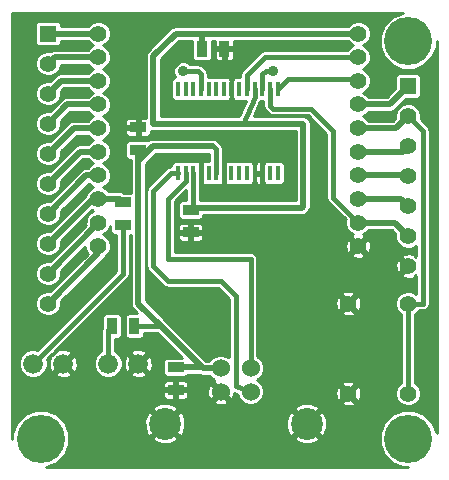
<source format=gtl>
G04 (created by PCBNEW (22-Jun-2014 BZR 4027)-stable) date 2014年08月05日 19時04分14秒*
%MOIN*%
G04 Gerber Fmt 3.4, Leading zero omitted, Abs format*
%FSLAX34Y34*%
G01*
G70*
G90*
G04 APERTURE LIST*
%ADD10C,0.00393701*%
%ADD11R,0.055X0.055*%
%ADD12C,0.055*%
%ADD13R,0.055X0.035*%
%ADD14R,0.035X0.055*%
%ADD15R,0.016X0.05*%
%ADD16C,0.06*%
%ADD17C,0.1063*%
%ADD18C,0.16*%
%ADD19C,0.066*%
%ADD20C,0.035*%
%ADD21C,0.02*%
%ADD22C,0.015*%
%ADD23C,0.01*%
G04 APERTURE END LIST*
G54D10*
G54D11*
X73250Y-52000D03*
G54D12*
X73250Y-53000D03*
X73250Y-54000D03*
X73250Y-55000D03*
X73250Y-56000D03*
X73250Y-57000D03*
X73250Y-58000D03*
X73250Y-59000D03*
X73250Y-60000D03*
X73250Y-61000D03*
G54D11*
X85250Y-53750D03*
G54D12*
X85250Y-54750D03*
X85250Y-55750D03*
X85250Y-56750D03*
X85250Y-57750D03*
X85250Y-58750D03*
X85250Y-59750D03*
G54D13*
X77500Y-63125D03*
X77500Y-63875D03*
X76250Y-55875D03*
X76250Y-55125D03*
G54D14*
X78375Y-52500D03*
X79125Y-52500D03*
G54D13*
X78000Y-57875D03*
X78000Y-58625D03*
G54D15*
X80900Y-53850D03*
X80650Y-53850D03*
X80390Y-53850D03*
X80130Y-53850D03*
X79880Y-53850D03*
X79620Y-53850D03*
X79360Y-53850D03*
X79110Y-53850D03*
X78850Y-53850D03*
X78600Y-53850D03*
X78340Y-53850D03*
X78080Y-53850D03*
X77830Y-53850D03*
X77570Y-53850D03*
X77570Y-56650D03*
X77830Y-56650D03*
X78070Y-56650D03*
X78340Y-56650D03*
X78600Y-56650D03*
X78850Y-56650D03*
X79110Y-56650D03*
X79360Y-56650D03*
X79620Y-56650D03*
X79880Y-56650D03*
X80130Y-56650D03*
X80390Y-56650D03*
X80650Y-56650D03*
X80900Y-56650D03*
G54D16*
X79000Y-63150D03*
X80000Y-63150D03*
X80000Y-63937D03*
X79000Y-63937D03*
G54D17*
X77138Y-65000D03*
X81862Y-65000D03*
G54D13*
X75750Y-57625D03*
X75750Y-58375D03*
G54D12*
X74919Y-52000D03*
X74919Y-55150D03*
X74919Y-56724D03*
X74919Y-55937D03*
X74919Y-53575D03*
X74919Y-54362D03*
X74919Y-52787D03*
X74919Y-58299D03*
X74919Y-59087D03*
X74919Y-57512D03*
X83581Y-57512D03*
X83581Y-59087D03*
X83581Y-58299D03*
X83581Y-52787D03*
X83581Y-54362D03*
X83581Y-53575D03*
X83581Y-55937D03*
X83581Y-56724D03*
X83581Y-55150D03*
X83581Y-52000D03*
G54D18*
X85250Y-52250D03*
X85250Y-65500D03*
X73000Y-65500D03*
G54D12*
X83250Y-64000D03*
X85250Y-64000D03*
X83250Y-61000D03*
X85250Y-61000D03*
G54D19*
X75250Y-63000D03*
X76250Y-63000D03*
G54D14*
X76125Y-61750D03*
X75375Y-61750D03*
G54D19*
X72750Y-63000D03*
X73750Y-63000D03*
G54D20*
X77750Y-53250D03*
X80750Y-53250D03*
G54D21*
X79750Y-55000D02*
X79250Y-55000D01*
X76750Y-55000D02*
X76750Y-52750D01*
X76750Y-52750D02*
X77500Y-52000D01*
X77500Y-52000D02*
X78500Y-52000D01*
X79250Y-55000D02*
X76750Y-55000D01*
X78375Y-52500D02*
X78375Y-52000D01*
X78375Y-52000D02*
X78500Y-52000D01*
X79750Y-55000D02*
X81750Y-55000D01*
X81695Y-57805D02*
X78070Y-57805D01*
X81750Y-57750D02*
X81695Y-57805D01*
X81750Y-55000D02*
X81750Y-57750D01*
X78070Y-57805D02*
X78000Y-57875D01*
G54D22*
X78070Y-56650D02*
X78070Y-57805D01*
X78070Y-57805D02*
X78000Y-57875D01*
G54D21*
X78500Y-52000D02*
X83581Y-52000D01*
G54D22*
X80130Y-54120D02*
X80130Y-53850D01*
X79750Y-55000D02*
X80130Y-54120D01*
X76125Y-61750D02*
X77000Y-61750D01*
G54D21*
X76250Y-56250D02*
X76250Y-55875D01*
X77500Y-63125D02*
X78375Y-63125D01*
X78375Y-63125D02*
X78400Y-63150D01*
G54D22*
X78850Y-56650D02*
X78850Y-55850D01*
G54D21*
X78400Y-63150D02*
X77000Y-61750D01*
X77000Y-61750D02*
X76250Y-61000D01*
X76250Y-61000D02*
X76250Y-56250D01*
X76250Y-56250D02*
X76750Y-55750D01*
X76750Y-55750D02*
X78750Y-55750D01*
X78400Y-63150D02*
X79000Y-63150D01*
G54D22*
X78850Y-55850D02*
X78750Y-55750D01*
X78340Y-53850D02*
X78340Y-53340D01*
X78250Y-53250D02*
X77750Y-53250D01*
X78340Y-53340D02*
X78250Y-53250D01*
G54D21*
X74919Y-58299D02*
X74919Y-58331D01*
X74919Y-58331D02*
X73250Y-60000D01*
G54D22*
X77570Y-56650D02*
X77350Y-56650D01*
X79500Y-63750D02*
X80000Y-63937D01*
X79500Y-60750D02*
X79500Y-63750D01*
X79000Y-60250D02*
X79500Y-60750D01*
X77250Y-60250D02*
X79000Y-60250D01*
X76750Y-59750D02*
X77250Y-60250D01*
X76750Y-57250D02*
X76750Y-59750D01*
X77350Y-56650D02*
X76750Y-57250D01*
X77250Y-59500D02*
X80000Y-59500D01*
X77830Y-56920D02*
X77250Y-57500D01*
X77250Y-57500D02*
X77250Y-59500D01*
X77830Y-56650D02*
X77830Y-56920D01*
X80000Y-59500D02*
X80000Y-63150D01*
X80650Y-53850D02*
X80650Y-54400D01*
X82750Y-57468D02*
X83581Y-58299D01*
X82750Y-55250D02*
X82750Y-57468D01*
X82000Y-54500D02*
X82750Y-55250D01*
X80750Y-54500D02*
X82000Y-54500D01*
X80650Y-54400D02*
X80750Y-54500D01*
G54D21*
X83581Y-58299D02*
X84799Y-58299D01*
X84799Y-58299D02*
X85250Y-58750D01*
G54D22*
X85250Y-64000D02*
X85250Y-61000D01*
X85250Y-54750D02*
X85750Y-55250D01*
X85750Y-61000D02*
X85250Y-61000D01*
X85750Y-55250D02*
X85750Y-61000D01*
G54D21*
X83581Y-55150D02*
X84850Y-55150D01*
X84850Y-55150D02*
X85250Y-54750D01*
G54D22*
X80390Y-53850D02*
X80390Y-53360D01*
X80500Y-53250D02*
X80750Y-53250D01*
X80390Y-53360D02*
X80500Y-53250D01*
G54D21*
X74919Y-55150D02*
X74100Y-55150D01*
X74100Y-55150D02*
X73250Y-56000D01*
G54D22*
X79880Y-53850D02*
X79880Y-53370D01*
X80463Y-52787D02*
X83581Y-52787D01*
X79880Y-53370D02*
X80463Y-52787D01*
X80900Y-53850D02*
X81250Y-53500D01*
X83506Y-53500D02*
X83581Y-53575D01*
X81250Y-53500D02*
X83506Y-53500D01*
G54D21*
X74919Y-59087D02*
X74919Y-59331D01*
X74919Y-59331D02*
X73250Y-61000D01*
X83581Y-56724D02*
X85224Y-56724D01*
X85224Y-56724D02*
X85250Y-56750D01*
X74919Y-56724D02*
X74526Y-56724D01*
X74526Y-56724D02*
X73250Y-58000D01*
X74919Y-55937D02*
X74313Y-55937D01*
X74313Y-55937D02*
X73250Y-57000D01*
X74919Y-54362D02*
X73888Y-54362D01*
X73888Y-54362D02*
X73250Y-55000D01*
X74919Y-53575D02*
X73675Y-53575D01*
X73675Y-53575D02*
X73250Y-54000D01*
X74919Y-52787D02*
X73463Y-52787D01*
X73463Y-52787D02*
X73250Y-53000D01*
G54D22*
X75250Y-63000D02*
X75250Y-61875D01*
X75250Y-61875D02*
X75375Y-61750D01*
G54D21*
X83581Y-54362D02*
X84638Y-54362D01*
X84638Y-54362D02*
X85250Y-53750D01*
G54D22*
X75750Y-58375D02*
X75750Y-60000D01*
X73500Y-62250D02*
X72750Y-63000D01*
X75750Y-60000D02*
X73500Y-62250D01*
G54D21*
X74919Y-57512D02*
X75637Y-57512D01*
X75637Y-57512D02*
X75750Y-57625D01*
X74919Y-57512D02*
X74738Y-57512D01*
X74738Y-57512D02*
X73250Y-59000D01*
X83581Y-55937D02*
X85063Y-55937D01*
X85063Y-55937D02*
X85250Y-55750D01*
X83581Y-57512D02*
X85012Y-57512D01*
X85012Y-57512D02*
X85250Y-57750D01*
X74919Y-52000D02*
X73250Y-52000D01*
G54D10*
G36*
X83420Y-52393D02*
X83340Y-52426D01*
X83220Y-52545D01*
X83214Y-52562D01*
X80463Y-52562D01*
X80462Y-52562D01*
X80376Y-52579D01*
X80303Y-52627D01*
X80303Y-52627D01*
X79720Y-53210D01*
X79672Y-53283D01*
X79669Y-53298D01*
X79654Y-53370D01*
X79655Y-53370D01*
X79655Y-53449D01*
X79510Y-53449D01*
X79490Y-53458D01*
X79469Y-53449D01*
X79450Y-53449D01*
X79450Y-52745D01*
X79450Y-52587D01*
X79412Y-52550D01*
X79175Y-52550D01*
X79175Y-52887D01*
X79212Y-52925D01*
X79329Y-52925D01*
X79384Y-52902D01*
X79427Y-52860D01*
X79449Y-52804D01*
X79450Y-52745D01*
X79450Y-53449D01*
X79437Y-53450D01*
X79400Y-53487D01*
X79400Y-53546D01*
X79390Y-53570D01*
X79389Y-53629D01*
X79389Y-54129D01*
X79400Y-54153D01*
X79400Y-54212D01*
X79437Y-54250D01*
X79469Y-54250D01*
X79489Y-54241D01*
X79510Y-54249D01*
X79569Y-54250D01*
X79729Y-54250D01*
X79749Y-54241D01*
X79770Y-54249D01*
X79829Y-54250D01*
X79613Y-54750D01*
X79340Y-54750D01*
X79340Y-54070D01*
X79340Y-53570D01*
X79320Y-53521D01*
X79320Y-53487D01*
X79282Y-53450D01*
X79250Y-53449D01*
X79235Y-53456D01*
X79219Y-53450D01*
X79160Y-53449D01*
X79075Y-53449D01*
X79075Y-52887D01*
X79075Y-52550D01*
X78837Y-52550D01*
X78800Y-52587D01*
X78799Y-52745D01*
X78800Y-52804D01*
X78822Y-52860D01*
X78865Y-52902D01*
X78920Y-52925D01*
X79037Y-52925D01*
X79075Y-52887D01*
X79075Y-53449D01*
X79000Y-53449D01*
X78980Y-53458D01*
X78959Y-53450D01*
X78900Y-53449D01*
X78740Y-53449D01*
X78725Y-53456D01*
X78709Y-53450D01*
X78650Y-53449D01*
X78565Y-53449D01*
X78565Y-53340D01*
X78565Y-53340D01*
X78565Y-53340D01*
X78550Y-53268D01*
X78547Y-53253D01*
X78547Y-53253D01*
X78499Y-53180D01*
X78499Y-53180D01*
X78409Y-53090D01*
X78336Y-53042D01*
X78321Y-53039D01*
X78250Y-53024D01*
X78249Y-53025D01*
X77984Y-53025D01*
X77934Y-52974D01*
X77814Y-52925D01*
X77685Y-52924D01*
X77566Y-52974D01*
X77474Y-53065D01*
X77425Y-53185D01*
X77424Y-53314D01*
X77474Y-53433D01*
X77490Y-53449D01*
X77460Y-53449D01*
X77405Y-53472D01*
X77362Y-53514D01*
X77340Y-53570D01*
X77339Y-53629D01*
X77339Y-54129D01*
X77362Y-54184D01*
X77404Y-54227D01*
X77460Y-54249D01*
X77519Y-54250D01*
X77679Y-54250D01*
X77699Y-54241D01*
X77720Y-54249D01*
X77779Y-54250D01*
X77939Y-54250D01*
X77954Y-54243D01*
X77970Y-54249D01*
X78029Y-54250D01*
X78189Y-54250D01*
X78209Y-54241D01*
X78230Y-54249D01*
X78289Y-54250D01*
X78449Y-54250D01*
X78469Y-54241D01*
X78490Y-54249D01*
X78549Y-54250D01*
X78709Y-54250D01*
X78724Y-54243D01*
X78740Y-54249D01*
X78799Y-54250D01*
X78959Y-54250D01*
X78979Y-54241D01*
X79000Y-54249D01*
X79059Y-54250D01*
X79219Y-54250D01*
X79235Y-54243D01*
X79250Y-54250D01*
X79282Y-54250D01*
X79320Y-54212D01*
X79320Y-54178D01*
X79339Y-54129D01*
X79340Y-54070D01*
X79340Y-54750D01*
X79250Y-54750D01*
X77000Y-54750D01*
X77000Y-52853D01*
X77603Y-52250D01*
X78049Y-52250D01*
X78049Y-52254D01*
X78049Y-52804D01*
X78072Y-52859D01*
X78114Y-52902D01*
X78170Y-52924D01*
X78229Y-52925D01*
X78579Y-52925D01*
X78634Y-52902D01*
X78677Y-52860D01*
X78699Y-52804D01*
X78700Y-52745D01*
X78700Y-52250D01*
X78799Y-52250D01*
X78799Y-52254D01*
X78800Y-52412D01*
X78837Y-52450D01*
X79075Y-52450D01*
X79075Y-52442D01*
X79175Y-52442D01*
X79175Y-52450D01*
X79412Y-52450D01*
X79450Y-52412D01*
X79450Y-52254D01*
X79450Y-52250D01*
X83230Y-52250D01*
X83339Y-52360D01*
X83420Y-52393D01*
X83420Y-52393D01*
G37*
G54D23*
X83420Y-52393D02*
X83340Y-52426D01*
X83220Y-52545D01*
X83214Y-52562D01*
X80463Y-52562D01*
X80462Y-52562D01*
X80376Y-52579D01*
X80303Y-52627D01*
X80303Y-52627D01*
X79720Y-53210D01*
X79672Y-53283D01*
X79669Y-53298D01*
X79654Y-53370D01*
X79655Y-53370D01*
X79655Y-53449D01*
X79510Y-53449D01*
X79490Y-53458D01*
X79469Y-53449D01*
X79450Y-53449D01*
X79450Y-52745D01*
X79450Y-52587D01*
X79412Y-52550D01*
X79175Y-52550D01*
X79175Y-52887D01*
X79212Y-52925D01*
X79329Y-52925D01*
X79384Y-52902D01*
X79427Y-52860D01*
X79449Y-52804D01*
X79450Y-52745D01*
X79450Y-53449D01*
X79437Y-53450D01*
X79400Y-53487D01*
X79400Y-53546D01*
X79390Y-53570D01*
X79389Y-53629D01*
X79389Y-54129D01*
X79400Y-54153D01*
X79400Y-54212D01*
X79437Y-54250D01*
X79469Y-54250D01*
X79489Y-54241D01*
X79510Y-54249D01*
X79569Y-54250D01*
X79729Y-54250D01*
X79749Y-54241D01*
X79770Y-54249D01*
X79829Y-54250D01*
X79613Y-54750D01*
X79340Y-54750D01*
X79340Y-54070D01*
X79340Y-53570D01*
X79320Y-53521D01*
X79320Y-53487D01*
X79282Y-53450D01*
X79250Y-53449D01*
X79235Y-53456D01*
X79219Y-53450D01*
X79160Y-53449D01*
X79075Y-53449D01*
X79075Y-52887D01*
X79075Y-52550D01*
X78837Y-52550D01*
X78800Y-52587D01*
X78799Y-52745D01*
X78800Y-52804D01*
X78822Y-52860D01*
X78865Y-52902D01*
X78920Y-52925D01*
X79037Y-52925D01*
X79075Y-52887D01*
X79075Y-53449D01*
X79000Y-53449D01*
X78980Y-53458D01*
X78959Y-53450D01*
X78900Y-53449D01*
X78740Y-53449D01*
X78725Y-53456D01*
X78709Y-53450D01*
X78650Y-53449D01*
X78565Y-53449D01*
X78565Y-53340D01*
X78565Y-53340D01*
X78565Y-53340D01*
X78550Y-53268D01*
X78547Y-53253D01*
X78547Y-53253D01*
X78499Y-53180D01*
X78499Y-53180D01*
X78409Y-53090D01*
X78336Y-53042D01*
X78321Y-53039D01*
X78250Y-53024D01*
X78249Y-53025D01*
X77984Y-53025D01*
X77934Y-52974D01*
X77814Y-52925D01*
X77685Y-52924D01*
X77566Y-52974D01*
X77474Y-53065D01*
X77425Y-53185D01*
X77424Y-53314D01*
X77474Y-53433D01*
X77490Y-53449D01*
X77460Y-53449D01*
X77405Y-53472D01*
X77362Y-53514D01*
X77340Y-53570D01*
X77339Y-53629D01*
X77339Y-54129D01*
X77362Y-54184D01*
X77404Y-54227D01*
X77460Y-54249D01*
X77519Y-54250D01*
X77679Y-54250D01*
X77699Y-54241D01*
X77720Y-54249D01*
X77779Y-54250D01*
X77939Y-54250D01*
X77954Y-54243D01*
X77970Y-54249D01*
X78029Y-54250D01*
X78189Y-54250D01*
X78209Y-54241D01*
X78230Y-54249D01*
X78289Y-54250D01*
X78449Y-54250D01*
X78469Y-54241D01*
X78490Y-54249D01*
X78549Y-54250D01*
X78709Y-54250D01*
X78724Y-54243D01*
X78740Y-54249D01*
X78799Y-54250D01*
X78959Y-54250D01*
X78979Y-54241D01*
X79000Y-54249D01*
X79059Y-54250D01*
X79219Y-54250D01*
X79235Y-54243D01*
X79250Y-54250D01*
X79282Y-54250D01*
X79320Y-54212D01*
X79320Y-54178D01*
X79339Y-54129D01*
X79340Y-54070D01*
X79340Y-54750D01*
X79250Y-54750D01*
X77000Y-54750D01*
X77000Y-52853D01*
X77603Y-52250D01*
X78049Y-52250D01*
X78049Y-52254D01*
X78049Y-52804D01*
X78072Y-52859D01*
X78114Y-52902D01*
X78170Y-52924D01*
X78229Y-52925D01*
X78579Y-52925D01*
X78634Y-52902D01*
X78677Y-52860D01*
X78699Y-52804D01*
X78700Y-52745D01*
X78700Y-52250D01*
X78799Y-52250D01*
X78799Y-52254D01*
X78800Y-52412D01*
X78837Y-52450D01*
X79075Y-52450D01*
X79075Y-52442D01*
X79175Y-52442D01*
X79175Y-52450D01*
X79412Y-52450D01*
X79450Y-52412D01*
X79450Y-52254D01*
X79450Y-52250D01*
X83230Y-52250D01*
X83339Y-52360D01*
X83420Y-52393D01*
G54D10*
G36*
X86200Y-65311D02*
X86055Y-64962D01*
X85975Y-64881D01*
X85975Y-55250D01*
X85960Y-55178D01*
X85957Y-55163D01*
X85957Y-55163D01*
X85909Y-55090D01*
X85909Y-55090D01*
X85668Y-54850D01*
X85674Y-54834D01*
X85675Y-54665D01*
X85610Y-54509D01*
X85491Y-54389D01*
X85334Y-54325D01*
X85165Y-54324D01*
X85009Y-54389D01*
X84889Y-54508D01*
X84825Y-54665D01*
X84824Y-54821D01*
X84746Y-54900D01*
X83931Y-54900D01*
X83822Y-54789D01*
X83740Y-54755D01*
X83821Y-54722D01*
X83932Y-54612D01*
X84638Y-54612D01*
X84733Y-54592D01*
X84814Y-54538D01*
X85178Y-54175D01*
X85554Y-54175D01*
X85609Y-54152D01*
X85652Y-54110D01*
X85674Y-54054D01*
X85675Y-53995D01*
X85675Y-53445D01*
X85652Y-53390D01*
X85610Y-53347D01*
X85554Y-53325D01*
X85495Y-53324D01*
X84945Y-53324D01*
X84890Y-53347D01*
X84847Y-53389D01*
X84825Y-53445D01*
X84824Y-53504D01*
X84824Y-53821D01*
X84534Y-54112D01*
X83931Y-54112D01*
X83822Y-54001D01*
X83741Y-53968D01*
X83821Y-53935D01*
X83941Y-53816D01*
X84005Y-53659D01*
X84006Y-53490D01*
X83941Y-53334D01*
X83822Y-53214D01*
X83740Y-53180D01*
X83821Y-53147D01*
X83941Y-53028D01*
X84005Y-52871D01*
X84006Y-52702D01*
X83941Y-52546D01*
X83822Y-52426D01*
X83741Y-52393D01*
X83821Y-52360D01*
X83941Y-52241D01*
X84005Y-52084D01*
X84006Y-51915D01*
X83941Y-51759D01*
X83822Y-51639D01*
X83665Y-51575D01*
X83496Y-51574D01*
X83340Y-51639D01*
X83229Y-51750D01*
X78500Y-51750D01*
X78375Y-51750D01*
X77500Y-51750D01*
X77499Y-51750D01*
X77480Y-51753D01*
X77404Y-51769D01*
X77323Y-51823D01*
X77323Y-51823D01*
X76573Y-52573D01*
X76519Y-52654D01*
X76500Y-52750D01*
X76500Y-54799D01*
X76495Y-54799D01*
X76337Y-54800D01*
X76300Y-54837D01*
X76300Y-55075D01*
X76307Y-55075D01*
X76307Y-55175D01*
X76300Y-55175D01*
X76300Y-55412D01*
X76337Y-55450D01*
X76495Y-55450D01*
X76554Y-55449D01*
X76610Y-55427D01*
X76652Y-55384D01*
X76675Y-55329D01*
X76675Y-55235D01*
X76750Y-55250D01*
X79250Y-55250D01*
X79750Y-55250D01*
X81500Y-55250D01*
X81500Y-57555D01*
X81130Y-57555D01*
X81130Y-56870D01*
X81130Y-56370D01*
X81107Y-56315D01*
X81065Y-56272D01*
X81009Y-56250D01*
X80950Y-56249D01*
X80790Y-56249D01*
X80775Y-56256D01*
X80759Y-56250D01*
X80700Y-56249D01*
X80540Y-56249D01*
X80520Y-56258D01*
X80499Y-56249D01*
X80467Y-56250D01*
X80430Y-56287D01*
X80430Y-56346D01*
X80420Y-56370D01*
X80419Y-56429D01*
X80419Y-56929D01*
X80430Y-56953D01*
X80430Y-57012D01*
X80467Y-57050D01*
X80499Y-57050D01*
X80519Y-57041D01*
X80540Y-57049D01*
X80599Y-57050D01*
X80759Y-57050D01*
X80774Y-57043D01*
X80790Y-57049D01*
X80849Y-57050D01*
X81009Y-57050D01*
X81064Y-57027D01*
X81107Y-56985D01*
X81129Y-56929D01*
X81130Y-56870D01*
X81130Y-57555D01*
X80360Y-57555D01*
X80360Y-56870D01*
X80360Y-56429D01*
X80359Y-56370D01*
X80350Y-56346D01*
X80350Y-56287D01*
X80312Y-56250D01*
X80280Y-56249D01*
X80260Y-56258D01*
X80239Y-56249D01*
X80207Y-56250D01*
X80170Y-56287D01*
X80170Y-56346D01*
X80160Y-56370D01*
X80159Y-56429D01*
X80160Y-56562D01*
X80170Y-56572D01*
X80170Y-56600D01*
X80197Y-56600D01*
X80322Y-56600D01*
X80350Y-56600D01*
X80350Y-56572D01*
X80360Y-56562D01*
X80360Y-56429D01*
X80360Y-56870D01*
X80360Y-56737D01*
X80350Y-56727D01*
X80350Y-56700D01*
X80322Y-56700D01*
X80197Y-56700D01*
X80170Y-56700D01*
X80170Y-56727D01*
X80160Y-56737D01*
X80159Y-56870D01*
X80160Y-56929D01*
X80170Y-56953D01*
X80170Y-57012D01*
X80207Y-57050D01*
X80239Y-57050D01*
X80260Y-57041D01*
X80280Y-57050D01*
X80312Y-57050D01*
X80350Y-57012D01*
X80350Y-56953D01*
X80359Y-56929D01*
X80360Y-56870D01*
X80360Y-57555D01*
X80110Y-57555D01*
X80110Y-56870D01*
X80110Y-56370D01*
X80090Y-56321D01*
X80090Y-56287D01*
X80052Y-56250D01*
X80020Y-56249D01*
X80005Y-56256D01*
X79989Y-56250D01*
X79930Y-56249D01*
X79770Y-56249D01*
X79750Y-56258D01*
X79729Y-56250D01*
X79670Y-56249D01*
X79510Y-56249D01*
X79490Y-56258D01*
X79469Y-56250D01*
X79410Y-56249D01*
X79250Y-56249D01*
X79235Y-56256D01*
X79219Y-56249D01*
X79187Y-56250D01*
X79150Y-56287D01*
X79150Y-56321D01*
X79130Y-56370D01*
X79129Y-56429D01*
X79129Y-56929D01*
X79150Y-56978D01*
X79150Y-57012D01*
X79187Y-57050D01*
X79219Y-57050D01*
X79234Y-57043D01*
X79250Y-57049D01*
X79309Y-57050D01*
X79469Y-57050D01*
X79489Y-57041D01*
X79510Y-57049D01*
X79569Y-57050D01*
X79729Y-57050D01*
X79749Y-57041D01*
X79770Y-57049D01*
X79829Y-57050D01*
X79989Y-57050D01*
X80005Y-57043D01*
X80020Y-57050D01*
X80052Y-57050D01*
X80090Y-57012D01*
X80090Y-56978D01*
X80109Y-56929D01*
X80110Y-56870D01*
X80110Y-57555D01*
X78316Y-57555D01*
X78304Y-57550D01*
X78295Y-57550D01*
X78295Y-57017D01*
X78300Y-57012D01*
X78300Y-56900D01*
X78300Y-56870D01*
X78300Y-56370D01*
X78300Y-56370D01*
X78300Y-56287D01*
X78262Y-56250D01*
X78230Y-56249D01*
X78205Y-56260D01*
X78179Y-56250D01*
X78120Y-56249D01*
X77960Y-56249D01*
X77950Y-56254D01*
X77939Y-56250D01*
X77880Y-56249D01*
X77720Y-56249D01*
X77700Y-56258D01*
X77679Y-56250D01*
X77620Y-56249D01*
X77460Y-56249D01*
X77405Y-56272D01*
X77362Y-56314D01*
X77340Y-56370D01*
X77339Y-56426D01*
X77263Y-56442D01*
X77190Y-56490D01*
X77190Y-56490D01*
X76590Y-57090D01*
X76542Y-57163D01*
X76539Y-57178D01*
X76524Y-57250D01*
X76525Y-57250D01*
X76525Y-59749D01*
X76524Y-59750D01*
X76539Y-59821D01*
X76542Y-59836D01*
X76590Y-59909D01*
X77090Y-60409D01*
X77090Y-60409D01*
X77163Y-60457D01*
X77163Y-60457D01*
X77178Y-60460D01*
X77250Y-60475D01*
X77250Y-60475D01*
X77250Y-60475D01*
X78906Y-60475D01*
X79275Y-60843D01*
X79275Y-62788D01*
X79255Y-62768D01*
X79089Y-62700D01*
X78910Y-62699D01*
X78745Y-62768D01*
X78618Y-62894D01*
X78616Y-62900D01*
X78503Y-62900D01*
X77176Y-61573D01*
X77176Y-61573D01*
X76500Y-60896D01*
X76500Y-56353D01*
X76853Y-56000D01*
X78625Y-56000D01*
X78625Y-56249D01*
X78490Y-56249D01*
X78470Y-56258D01*
X78449Y-56249D01*
X78417Y-56250D01*
X78380Y-56287D01*
X78380Y-56346D01*
X78370Y-56370D01*
X78369Y-56429D01*
X78369Y-56929D01*
X78380Y-56953D01*
X78380Y-57012D01*
X78417Y-57050D01*
X78449Y-57050D01*
X78469Y-57041D01*
X78490Y-57049D01*
X78549Y-57050D01*
X78709Y-57050D01*
X78724Y-57043D01*
X78740Y-57049D01*
X78799Y-57050D01*
X78959Y-57050D01*
X78980Y-57041D01*
X79000Y-57050D01*
X79032Y-57050D01*
X79070Y-57012D01*
X79070Y-56953D01*
X79079Y-56929D01*
X79080Y-56870D01*
X79080Y-56370D01*
X79075Y-56358D01*
X79075Y-55850D01*
X79057Y-55763D01*
X79057Y-55763D01*
X79009Y-55690D01*
X79009Y-55690D01*
X78983Y-55664D01*
X78980Y-55654D01*
X78926Y-55573D01*
X78845Y-55519D01*
X78750Y-55500D01*
X76750Y-55500D01*
X76654Y-55519D01*
X76587Y-55563D01*
X76554Y-55550D01*
X76495Y-55549D01*
X76200Y-55549D01*
X76200Y-55412D01*
X76200Y-55175D01*
X76200Y-55075D01*
X76200Y-54837D01*
X76162Y-54800D01*
X76004Y-54799D01*
X75945Y-54800D01*
X75889Y-54822D01*
X75847Y-54865D01*
X75824Y-54920D01*
X75825Y-55037D01*
X75862Y-55075D01*
X76200Y-55075D01*
X76200Y-55175D01*
X75862Y-55175D01*
X75825Y-55212D01*
X75824Y-55329D01*
X75847Y-55384D01*
X75889Y-55427D01*
X75945Y-55449D01*
X76004Y-55450D01*
X76162Y-55450D01*
X76200Y-55412D01*
X76200Y-55549D01*
X75945Y-55549D01*
X75890Y-55572D01*
X75847Y-55614D01*
X75825Y-55670D01*
X75824Y-55729D01*
X75824Y-56079D01*
X75847Y-56134D01*
X75889Y-56177D01*
X75945Y-56199D01*
X76000Y-56200D01*
X76000Y-56250D01*
X76000Y-57299D01*
X75995Y-57299D01*
X75761Y-57299D01*
X75732Y-57281D01*
X75637Y-57262D01*
X75269Y-57262D01*
X75160Y-57151D01*
X75078Y-57117D01*
X75159Y-57084D01*
X75279Y-56965D01*
X75343Y-56808D01*
X75344Y-56639D01*
X75279Y-56483D01*
X75160Y-56363D01*
X75079Y-56330D01*
X75159Y-56297D01*
X75279Y-56178D01*
X75343Y-56021D01*
X75344Y-55852D01*
X75279Y-55696D01*
X75160Y-55576D01*
X75079Y-55543D01*
X75159Y-55510D01*
X75279Y-55391D01*
X75343Y-55234D01*
X75344Y-55065D01*
X75279Y-54909D01*
X75160Y-54789D01*
X75078Y-54755D01*
X75159Y-54722D01*
X75279Y-54603D01*
X75343Y-54446D01*
X75344Y-54277D01*
X75279Y-54121D01*
X75160Y-54001D01*
X75079Y-53968D01*
X75159Y-53935D01*
X75279Y-53816D01*
X75343Y-53659D01*
X75344Y-53490D01*
X75279Y-53334D01*
X75160Y-53214D01*
X75078Y-53180D01*
X75159Y-53147D01*
X75279Y-53028D01*
X75343Y-52871D01*
X75344Y-52702D01*
X75279Y-52546D01*
X75160Y-52426D01*
X75079Y-52393D01*
X75159Y-52360D01*
X75279Y-52241D01*
X75343Y-52084D01*
X75344Y-51915D01*
X75279Y-51759D01*
X75160Y-51639D01*
X75003Y-51575D01*
X74834Y-51574D01*
X74678Y-51639D01*
X74567Y-51750D01*
X73675Y-51750D01*
X73675Y-51695D01*
X73652Y-51640D01*
X73610Y-51597D01*
X73554Y-51575D01*
X73495Y-51574D01*
X72945Y-51574D01*
X72890Y-51597D01*
X72847Y-51639D01*
X72825Y-51695D01*
X72824Y-51754D01*
X72824Y-52304D01*
X72847Y-52359D01*
X72889Y-52402D01*
X72945Y-52424D01*
X73004Y-52425D01*
X73554Y-52425D01*
X73609Y-52402D01*
X73652Y-52360D01*
X73674Y-52304D01*
X73675Y-52250D01*
X74568Y-52250D01*
X74677Y-52360D01*
X74758Y-52393D01*
X74678Y-52426D01*
X74567Y-52537D01*
X73463Y-52537D01*
X73462Y-52537D01*
X73443Y-52540D01*
X73367Y-52556D01*
X73337Y-52576D01*
X73334Y-52575D01*
X73165Y-52574D01*
X73009Y-52639D01*
X72889Y-52758D01*
X72825Y-52915D01*
X72824Y-53084D01*
X72889Y-53240D01*
X73008Y-53360D01*
X73165Y-53424D01*
X73334Y-53425D01*
X73490Y-53360D01*
X73610Y-53241D01*
X73674Y-53084D01*
X73674Y-53037D01*
X74568Y-53037D01*
X74677Y-53147D01*
X74759Y-53181D01*
X74678Y-53214D01*
X74567Y-53325D01*
X73675Y-53325D01*
X73579Y-53344D01*
X73498Y-53398D01*
X73498Y-53398D01*
X73321Y-53575D01*
X73165Y-53574D01*
X73009Y-53639D01*
X72889Y-53758D01*
X72825Y-53915D01*
X72824Y-54084D01*
X72889Y-54240D01*
X73008Y-54360D01*
X73165Y-54424D01*
X73334Y-54425D01*
X73490Y-54360D01*
X73610Y-54241D01*
X73674Y-54084D01*
X73675Y-53928D01*
X73778Y-53825D01*
X74568Y-53825D01*
X74677Y-53935D01*
X74758Y-53968D01*
X74678Y-54001D01*
X74567Y-54112D01*
X73888Y-54112D01*
X73792Y-54131D01*
X73711Y-54185D01*
X73321Y-54575D01*
X73165Y-54574D01*
X73009Y-54639D01*
X72889Y-54758D01*
X72825Y-54915D01*
X72824Y-55084D01*
X72889Y-55240D01*
X73008Y-55360D01*
X73165Y-55424D01*
X73334Y-55425D01*
X73490Y-55360D01*
X73610Y-55241D01*
X73674Y-55084D01*
X73675Y-54928D01*
X73991Y-54612D01*
X74568Y-54612D01*
X74677Y-54722D01*
X74759Y-54756D01*
X74678Y-54789D01*
X74567Y-54900D01*
X74100Y-54900D01*
X74004Y-54919D01*
X73923Y-54973D01*
X73321Y-55575D01*
X73165Y-55574D01*
X73009Y-55639D01*
X72889Y-55758D01*
X72825Y-55915D01*
X72824Y-56084D01*
X72889Y-56240D01*
X73008Y-56360D01*
X73165Y-56424D01*
X73334Y-56425D01*
X73490Y-56360D01*
X73610Y-56241D01*
X73674Y-56084D01*
X73675Y-55928D01*
X74203Y-55400D01*
X74568Y-55400D01*
X74677Y-55510D01*
X74758Y-55543D01*
X74678Y-55576D01*
X74567Y-55687D01*
X74313Y-55687D01*
X74312Y-55687D01*
X74293Y-55690D01*
X74217Y-55706D01*
X74136Y-55760D01*
X74136Y-55760D01*
X73321Y-56575D01*
X73165Y-56574D01*
X73009Y-56639D01*
X72889Y-56758D01*
X72825Y-56915D01*
X72824Y-57084D01*
X72889Y-57240D01*
X73008Y-57360D01*
X73165Y-57424D01*
X73334Y-57425D01*
X73490Y-57360D01*
X73610Y-57241D01*
X73674Y-57084D01*
X73675Y-56928D01*
X74416Y-56187D01*
X74568Y-56187D01*
X74677Y-56297D01*
X74758Y-56330D01*
X74678Y-56363D01*
X74567Y-56474D01*
X74526Y-56474D01*
X74525Y-56474D01*
X74506Y-56477D01*
X74430Y-56493D01*
X74349Y-56547D01*
X74349Y-56547D01*
X73321Y-57575D01*
X73165Y-57574D01*
X73009Y-57639D01*
X72889Y-57758D01*
X72825Y-57915D01*
X72824Y-58084D01*
X72889Y-58240D01*
X73008Y-58360D01*
X73165Y-58424D01*
X73334Y-58425D01*
X73490Y-58360D01*
X73610Y-58241D01*
X73674Y-58084D01*
X73675Y-57928D01*
X74598Y-57004D01*
X74677Y-57084D01*
X74759Y-57118D01*
X74678Y-57151D01*
X74558Y-57270D01*
X74511Y-57384D01*
X73321Y-58575D01*
X73165Y-58574D01*
X73009Y-58639D01*
X72889Y-58758D01*
X72825Y-58915D01*
X72824Y-59084D01*
X72889Y-59240D01*
X73008Y-59360D01*
X73165Y-59424D01*
X73334Y-59425D01*
X73490Y-59360D01*
X73610Y-59241D01*
X73674Y-59084D01*
X73675Y-58928D01*
X74715Y-57887D01*
X74758Y-57905D01*
X74678Y-57938D01*
X74558Y-58057D01*
X74494Y-58214D01*
X74493Y-58383D01*
X74499Y-58396D01*
X73321Y-59575D01*
X73165Y-59574D01*
X73009Y-59639D01*
X72889Y-59758D01*
X72825Y-59915D01*
X72824Y-60084D01*
X72889Y-60240D01*
X73008Y-60360D01*
X73165Y-60424D01*
X73334Y-60425D01*
X73490Y-60360D01*
X73610Y-60241D01*
X73674Y-60084D01*
X73675Y-59928D01*
X74493Y-59109D01*
X74493Y-59171D01*
X74558Y-59327D01*
X74563Y-59332D01*
X73321Y-60575D01*
X73165Y-60574D01*
X73009Y-60639D01*
X72889Y-60758D01*
X72825Y-60915D01*
X72824Y-61084D01*
X72889Y-61240D01*
X73008Y-61360D01*
X73165Y-61424D01*
X73334Y-61425D01*
X73490Y-61360D01*
X73610Y-61241D01*
X73674Y-61084D01*
X73675Y-60928D01*
X75095Y-59507D01*
X75095Y-59507D01*
X75095Y-59507D01*
X75127Y-59460D01*
X75159Y-59447D01*
X75279Y-59328D01*
X75343Y-59171D01*
X75344Y-59002D01*
X75279Y-58846D01*
X75160Y-58726D01*
X75078Y-58692D01*
X75159Y-58659D01*
X75279Y-58540D01*
X75324Y-58429D01*
X75324Y-58579D01*
X75347Y-58634D01*
X75389Y-58677D01*
X75445Y-58699D01*
X75504Y-58700D01*
X75525Y-58700D01*
X75525Y-59906D01*
X73340Y-62090D01*
X73340Y-62090D01*
X72892Y-62539D01*
X72845Y-62520D01*
X72654Y-62519D01*
X72478Y-62592D01*
X72343Y-62727D01*
X72270Y-62904D01*
X72269Y-63095D01*
X72342Y-63271D01*
X72477Y-63406D01*
X72654Y-63479D01*
X72845Y-63480D01*
X73021Y-63407D01*
X73156Y-63272D01*
X73229Y-63095D01*
X73230Y-62904D01*
X73210Y-62857D01*
X73373Y-62694D01*
X73397Y-62717D01*
X73326Y-62754D01*
X73264Y-62934D01*
X73276Y-63125D01*
X73326Y-63245D01*
X73397Y-63282D01*
X73679Y-63000D01*
X73673Y-62994D01*
X73744Y-62923D01*
X73750Y-62929D01*
X74032Y-62647D01*
X73995Y-62576D01*
X73815Y-62514D01*
X73624Y-62526D01*
X73504Y-62576D01*
X73467Y-62647D01*
X73444Y-62623D01*
X73659Y-62409D01*
X73659Y-62409D01*
X73659Y-62409D01*
X75909Y-60159D01*
X75909Y-60159D01*
X75909Y-60159D01*
X75957Y-60086D01*
X75975Y-60000D01*
X75975Y-58700D01*
X76000Y-58700D01*
X76000Y-61000D01*
X76019Y-61095D01*
X76073Y-61176D01*
X76221Y-61324D01*
X75920Y-61324D01*
X75865Y-61347D01*
X75822Y-61389D01*
X75800Y-61445D01*
X75799Y-61504D01*
X75799Y-62054D01*
X75822Y-62109D01*
X75864Y-62152D01*
X75920Y-62174D01*
X75979Y-62175D01*
X76329Y-62175D01*
X76384Y-62152D01*
X76427Y-62110D01*
X76449Y-62054D01*
X76450Y-61995D01*
X76450Y-61975D01*
X76871Y-61975D01*
X77696Y-62799D01*
X77195Y-62799D01*
X77140Y-62822D01*
X77097Y-62864D01*
X77075Y-62920D01*
X77074Y-62979D01*
X77074Y-63329D01*
X77097Y-63384D01*
X77139Y-63427D01*
X77195Y-63449D01*
X77254Y-63450D01*
X77804Y-63450D01*
X77859Y-63427D01*
X77902Y-63385D01*
X77906Y-63375D01*
X78295Y-63375D01*
X78295Y-63375D01*
X78295Y-63375D01*
X78304Y-63380D01*
X78304Y-63380D01*
X78400Y-63400D01*
X78616Y-63400D01*
X78618Y-63404D01*
X78744Y-63531D01*
X78770Y-63542D01*
X78739Y-63605D01*
X79000Y-63866D01*
X79005Y-63860D01*
X79076Y-63931D01*
X79070Y-63937D01*
X79331Y-64197D01*
X79398Y-64164D01*
X79455Y-63994D01*
X79453Y-63972D01*
X79549Y-64008D01*
X79549Y-64026D01*
X79618Y-64191D01*
X79744Y-64318D01*
X79910Y-64386D01*
X80089Y-64387D01*
X80254Y-64318D01*
X80381Y-64192D01*
X80449Y-64026D01*
X80450Y-63847D01*
X80381Y-63682D01*
X80255Y-63555D01*
X80225Y-63543D01*
X80254Y-63531D01*
X80381Y-63405D01*
X80449Y-63239D01*
X80450Y-63060D01*
X80381Y-62895D01*
X80255Y-62768D01*
X80225Y-62756D01*
X80225Y-59500D01*
X80207Y-59413D01*
X80159Y-59340D01*
X80086Y-59292D01*
X80000Y-59275D01*
X78425Y-59275D01*
X78425Y-58829D01*
X78425Y-58420D01*
X78402Y-58365D01*
X78360Y-58322D01*
X78304Y-58300D01*
X78245Y-58299D01*
X78087Y-58300D01*
X78050Y-58337D01*
X78050Y-58575D01*
X78387Y-58575D01*
X78425Y-58537D01*
X78425Y-58420D01*
X78425Y-58829D01*
X78425Y-58712D01*
X78387Y-58675D01*
X78050Y-58675D01*
X78050Y-58912D01*
X78087Y-58950D01*
X78245Y-58950D01*
X78304Y-58949D01*
X78360Y-58927D01*
X78402Y-58884D01*
X78425Y-58829D01*
X78425Y-59275D01*
X77950Y-59275D01*
X77950Y-58912D01*
X77950Y-58675D01*
X77950Y-58575D01*
X77950Y-58337D01*
X77912Y-58300D01*
X77754Y-58299D01*
X77695Y-58300D01*
X77639Y-58322D01*
X77597Y-58365D01*
X77574Y-58420D01*
X77575Y-58537D01*
X77612Y-58575D01*
X77950Y-58575D01*
X77950Y-58675D01*
X77612Y-58675D01*
X77575Y-58712D01*
X77574Y-58829D01*
X77597Y-58884D01*
X77639Y-58927D01*
X77695Y-58949D01*
X77754Y-58950D01*
X77912Y-58950D01*
X77950Y-58912D01*
X77950Y-59275D01*
X77475Y-59275D01*
X77475Y-57593D01*
X77845Y-57223D01*
X77845Y-57549D01*
X77695Y-57549D01*
X77640Y-57572D01*
X77597Y-57614D01*
X77575Y-57670D01*
X77574Y-57729D01*
X77574Y-58079D01*
X77597Y-58134D01*
X77639Y-58177D01*
X77695Y-58199D01*
X77754Y-58200D01*
X78304Y-58200D01*
X78359Y-58177D01*
X78402Y-58135D01*
X78424Y-58079D01*
X78424Y-58055D01*
X81695Y-58055D01*
X81790Y-58035D01*
X81871Y-57981D01*
X81926Y-57926D01*
X81926Y-57926D01*
X81926Y-57926D01*
X81980Y-57845D01*
X81980Y-57845D01*
X82000Y-57750D01*
X82000Y-55000D01*
X81980Y-54904D01*
X81926Y-54823D01*
X81845Y-54769D01*
X81750Y-54750D01*
X80103Y-54750D01*
X80319Y-54250D01*
X80339Y-54250D01*
X80425Y-54250D01*
X80425Y-54399D01*
X80424Y-54400D01*
X80439Y-54471D01*
X80442Y-54486D01*
X80490Y-54559D01*
X80590Y-54659D01*
X80590Y-54659D01*
X80663Y-54707D01*
X80663Y-54707D01*
X80750Y-54725D01*
X81906Y-54725D01*
X82525Y-55343D01*
X82525Y-57467D01*
X82524Y-57468D01*
X82539Y-57539D01*
X82542Y-57554D01*
X82590Y-57627D01*
X83162Y-58198D01*
X83156Y-58214D01*
X83155Y-58383D01*
X83220Y-58539D01*
X83339Y-58659D01*
X83414Y-58690D01*
X83368Y-58709D01*
X83338Y-58773D01*
X83581Y-59016D01*
X83823Y-58773D01*
X83793Y-58709D01*
X83741Y-58692D01*
X83821Y-58659D01*
X83932Y-58549D01*
X84695Y-58549D01*
X84825Y-58678D01*
X84824Y-58834D01*
X84889Y-58990D01*
X85008Y-59110D01*
X85165Y-59174D01*
X85334Y-59175D01*
X85490Y-59110D01*
X85525Y-59075D01*
X85525Y-59413D01*
X85520Y-59408D01*
X85492Y-59436D01*
X85462Y-59372D01*
X85301Y-59319D01*
X85133Y-59332D01*
X85037Y-59372D01*
X85007Y-59436D01*
X85250Y-59679D01*
X85255Y-59673D01*
X85326Y-59744D01*
X85320Y-59750D01*
X85326Y-59755D01*
X85255Y-59826D01*
X85250Y-59820D01*
X85179Y-59891D01*
X85179Y-59750D01*
X84936Y-59507D01*
X84872Y-59537D01*
X84819Y-59698D01*
X84832Y-59866D01*
X84872Y-59962D01*
X84936Y-59992D01*
X85179Y-59750D01*
X85179Y-59891D01*
X85007Y-60063D01*
X85037Y-60127D01*
X85198Y-60180D01*
X85366Y-60167D01*
X85462Y-60127D01*
X85492Y-60063D01*
X85492Y-60063D01*
X85520Y-60091D01*
X85525Y-60086D01*
X85525Y-60673D01*
X85492Y-60641D01*
X85491Y-60639D01*
X85334Y-60575D01*
X85165Y-60574D01*
X85009Y-60639D01*
X84889Y-60758D01*
X84825Y-60915D01*
X84824Y-61084D01*
X84889Y-61240D01*
X85008Y-61360D01*
X85025Y-61366D01*
X85025Y-63633D01*
X85009Y-63639D01*
X84889Y-63758D01*
X84825Y-63915D01*
X84824Y-64084D01*
X84889Y-64240D01*
X85008Y-64360D01*
X85165Y-64424D01*
X85334Y-64425D01*
X85490Y-64360D01*
X85610Y-64241D01*
X85674Y-64084D01*
X85675Y-63915D01*
X85610Y-63759D01*
X85491Y-63639D01*
X85475Y-63633D01*
X85475Y-61366D01*
X85490Y-61360D01*
X85610Y-61241D01*
X85616Y-61225D01*
X85750Y-61225D01*
X85836Y-61207D01*
X85909Y-61159D01*
X85957Y-61086D01*
X85975Y-61000D01*
X85975Y-55250D01*
X85975Y-55250D01*
X85975Y-55250D01*
X85975Y-64881D01*
X85788Y-64695D01*
X85439Y-64550D01*
X85061Y-64549D01*
X84712Y-64694D01*
X84445Y-64961D01*
X84300Y-65310D01*
X84299Y-65688D01*
X84444Y-66037D01*
X84711Y-66304D01*
X85060Y-66449D01*
X85249Y-66450D01*
X84011Y-66450D01*
X84011Y-59138D01*
X83998Y-58970D01*
X83958Y-58874D01*
X83894Y-58844D01*
X83651Y-59087D01*
X83894Y-59329D01*
X83958Y-59299D01*
X84011Y-59138D01*
X84011Y-66450D01*
X83823Y-66450D01*
X83823Y-59400D01*
X83581Y-59157D01*
X83510Y-59228D01*
X83510Y-59087D01*
X83267Y-58844D01*
X83203Y-58874D01*
X83150Y-59035D01*
X83163Y-59203D01*
X83203Y-59299D01*
X83267Y-59329D01*
X83510Y-59087D01*
X83510Y-59228D01*
X83338Y-59400D01*
X83368Y-59464D01*
X83529Y-59517D01*
X83697Y-59504D01*
X83793Y-59464D01*
X83823Y-59400D01*
X83823Y-66450D01*
X83680Y-66450D01*
X83680Y-64051D01*
X83680Y-61051D01*
X83667Y-60883D01*
X83627Y-60787D01*
X83563Y-60757D01*
X83492Y-60828D01*
X83492Y-60686D01*
X83462Y-60622D01*
X83301Y-60569D01*
X83133Y-60582D01*
X83037Y-60622D01*
X83007Y-60686D01*
X83250Y-60929D01*
X83492Y-60686D01*
X83492Y-60828D01*
X83320Y-61000D01*
X83563Y-61242D01*
X83627Y-61212D01*
X83680Y-61051D01*
X83680Y-64051D01*
X83667Y-63883D01*
X83627Y-63787D01*
X83563Y-63757D01*
X83492Y-63828D01*
X83492Y-63686D01*
X83492Y-61313D01*
X83250Y-61070D01*
X83179Y-61141D01*
X83179Y-61000D01*
X82936Y-60757D01*
X82872Y-60787D01*
X82819Y-60948D01*
X82832Y-61116D01*
X82872Y-61212D01*
X82936Y-61242D01*
X83179Y-61000D01*
X83179Y-61141D01*
X83007Y-61313D01*
X83037Y-61377D01*
X83198Y-61430D01*
X83366Y-61417D01*
X83462Y-61377D01*
X83492Y-61313D01*
X83492Y-63686D01*
X83462Y-63622D01*
X83301Y-63569D01*
X83133Y-63582D01*
X83037Y-63622D01*
X83007Y-63686D01*
X83250Y-63929D01*
X83492Y-63686D01*
X83492Y-63828D01*
X83320Y-64000D01*
X83563Y-64242D01*
X83627Y-64212D01*
X83680Y-64051D01*
X83680Y-66450D01*
X83492Y-66450D01*
X83492Y-64313D01*
X83250Y-64070D01*
X83179Y-64141D01*
X83179Y-64000D01*
X82936Y-63757D01*
X82872Y-63787D01*
X82819Y-63948D01*
X82832Y-64116D01*
X82872Y-64212D01*
X82936Y-64242D01*
X83179Y-64000D01*
X83179Y-64141D01*
X83007Y-64313D01*
X83037Y-64377D01*
X83198Y-64430D01*
X83366Y-64417D01*
X83462Y-64377D01*
X83492Y-64313D01*
X83492Y-66450D01*
X82547Y-66450D01*
X82547Y-65113D01*
X82538Y-64842D01*
X82452Y-64633D01*
X82360Y-64571D01*
X82290Y-64642D01*
X82290Y-64501D01*
X82228Y-64409D01*
X81975Y-64314D01*
X81704Y-64323D01*
X81495Y-64409D01*
X81433Y-64501D01*
X81862Y-64929D01*
X82290Y-64501D01*
X82290Y-64642D01*
X81932Y-65000D01*
X82360Y-65428D01*
X82452Y-65366D01*
X82547Y-65113D01*
X82547Y-66450D01*
X82290Y-66450D01*
X82290Y-65498D01*
X81862Y-65070D01*
X81791Y-65141D01*
X81791Y-65000D01*
X81363Y-64571D01*
X81271Y-64633D01*
X81176Y-64886D01*
X81185Y-65157D01*
X81271Y-65366D01*
X81363Y-65428D01*
X81791Y-65000D01*
X81791Y-65141D01*
X81433Y-65498D01*
X81495Y-65590D01*
X81748Y-65685D01*
X82019Y-65676D01*
X82228Y-65590D01*
X82290Y-65498D01*
X82290Y-66450D01*
X79260Y-66450D01*
X79260Y-64268D01*
X79000Y-64007D01*
X78929Y-64078D01*
X78929Y-63937D01*
X78668Y-63676D01*
X78601Y-63709D01*
X78544Y-63879D01*
X78557Y-64057D01*
X78601Y-64164D01*
X78668Y-64197D01*
X78929Y-63937D01*
X78929Y-64078D01*
X78739Y-64268D01*
X78772Y-64335D01*
X78942Y-64392D01*
X79120Y-64379D01*
X79227Y-64335D01*
X79260Y-64268D01*
X79260Y-66450D01*
X77925Y-66450D01*
X77925Y-64079D01*
X77925Y-63670D01*
X77902Y-63615D01*
X77860Y-63572D01*
X77804Y-63550D01*
X77745Y-63549D01*
X77587Y-63550D01*
X77550Y-63587D01*
X77550Y-63825D01*
X77887Y-63825D01*
X77925Y-63787D01*
X77925Y-63670D01*
X77925Y-64079D01*
X77925Y-63962D01*
X77887Y-63925D01*
X77550Y-63925D01*
X77550Y-64162D01*
X77587Y-64200D01*
X77745Y-64200D01*
X77804Y-64199D01*
X77860Y-64177D01*
X77902Y-64134D01*
X77925Y-64079D01*
X77925Y-66450D01*
X77823Y-66450D01*
X77823Y-65113D01*
X77814Y-64842D01*
X77728Y-64633D01*
X77636Y-64571D01*
X77566Y-64642D01*
X77566Y-64501D01*
X77504Y-64409D01*
X77450Y-64389D01*
X77450Y-64162D01*
X77450Y-63925D01*
X77450Y-63825D01*
X77450Y-63587D01*
X77412Y-63550D01*
X77254Y-63549D01*
X77195Y-63550D01*
X77139Y-63572D01*
X77097Y-63615D01*
X77074Y-63670D01*
X77075Y-63787D01*
X77112Y-63825D01*
X77450Y-63825D01*
X77450Y-63925D01*
X77112Y-63925D01*
X77075Y-63962D01*
X77074Y-64079D01*
X77097Y-64134D01*
X77139Y-64177D01*
X77195Y-64199D01*
X77254Y-64200D01*
X77412Y-64200D01*
X77450Y-64162D01*
X77450Y-64389D01*
X77251Y-64314D01*
X76980Y-64323D01*
X76771Y-64409D01*
X76735Y-64463D01*
X76735Y-63065D01*
X76723Y-62874D01*
X76673Y-62754D01*
X76602Y-62717D01*
X76532Y-62788D01*
X76532Y-62647D01*
X76495Y-62576D01*
X76315Y-62514D01*
X76124Y-62526D01*
X76004Y-62576D01*
X75967Y-62647D01*
X76250Y-62929D01*
X76532Y-62647D01*
X76532Y-62788D01*
X76320Y-63000D01*
X76602Y-63282D01*
X76673Y-63245D01*
X76735Y-63065D01*
X76735Y-64463D01*
X76709Y-64501D01*
X77138Y-64929D01*
X77566Y-64501D01*
X77566Y-64642D01*
X77208Y-65000D01*
X77636Y-65428D01*
X77728Y-65366D01*
X77823Y-65113D01*
X77823Y-66450D01*
X77566Y-66450D01*
X77566Y-65498D01*
X77138Y-65070D01*
X77067Y-65141D01*
X77067Y-65000D01*
X76639Y-64571D01*
X76547Y-64633D01*
X76532Y-64674D01*
X76532Y-63352D01*
X76250Y-63070D01*
X76179Y-63141D01*
X76179Y-63000D01*
X75897Y-62717D01*
X75826Y-62754D01*
X75764Y-62934D01*
X75776Y-63125D01*
X75826Y-63245D01*
X75897Y-63282D01*
X76179Y-63000D01*
X76179Y-63141D01*
X75967Y-63352D01*
X76004Y-63423D01*
X76184Y-63485D01*
X76375Y-63473D01*
X76495Y-63423D01*
X76532Y-63352D01*
X76532Y-64674D01*
X76452Y-64886D01*
X76461Y-65157D01*
X76547Y-65366D01*
X76639Y-65428D01*
X77067Y-65000D01*
X77067Y-65141D01*
X76709Y-65498D01*
X76771Y-65590D01*
X77024Y-65685D01*
X77295Y-65676D01*
X77504Y-65590D01*
X77566Y-65498D01*
X77566Y-66450D01*
X75730Y-66450D01*
X75730Y-62904D01*
X75657Y-62728D01*
X75522Y-62593D01*
X75475Y-62573D01*
X75475Y-62175D01*
X75579Y-62175D01*
X75634Y-62152D01*
X75677Y-62110D01*
X75699Y-62054D01*
X75700Y-61995D01*
X75700Y-61445D01*
X75677Y-61390D01*
X75635Y-61347D01*
X75579Y-61325D01*
X75520Y-61324D01*
X75170Y-61324D01*
X75115Y-61347D01*
X75072Y-61389D01*
X75050Y-61445D01*
X75049Y-61504D01*
X75049Y-61777D01*
X75042Y-61788D01*
X75039Y-61803D01*
X75024Y-61875D01*
X75025Y-61875D01*
X75025Y-62573D01*
X74978Y-62592D01*
X74843Y-62727D01*
X74770Y-62904D01*
X74769Y-63095D01*
X74842Y-63271D01*
X74977Y-63406D01*
X75154Y-63479D01*
X75345Y-63480D01*
X75521Y-63407D01*
X75656Y-63272D01*
X75729Y-63095D01*
X75730Y-62904D01*
X75730Y-66450D01*
X74235Y-66450D01*
X74235Y-63065D01*
X74223Y-62874D01*
X74173Y-62754D01*
X74102Y-62717D01*
X74032Y-62788D01*
X73820Y-63000D01*
X74102Y-63282D01*
X74173Y-63245D01*
X74235Y-63065D01*
X74235Y-66450D01*
X74032Y-66450D01*
X74032Y-63352D01*
X73750Y-63070D01*
X73679Y-63141D01*
X73467Y-63352D01*
X73504Y-63423D01*
X73684Y-63485D01*
X73875Y-63473D01*
X73995Y-63423D01*
X74032Y-63352D01*
X74032Y-66450D01*
X73188Y-66450D01*
X73537Y-66305D01*
X73804Y-66038D01*
X73949Y-65689D01*
X73950Y-65311D01*
X73805Y-64962D01*
X73538Y-64695D01*
X73189Y-64550D01*
X72811Y-64549D01*
X72462Y-64694D01*
X72195Y-64961D01*
X72050Y-65310D01*
X72050Y-65499D01*
X72050Y-51300D01*
X85061Y-51300D01*
X84712Y-51444D01*
X84445Y-51711D01*
X84300Y-52060D01*
X84299Y-52438D01*
X84444Y-52787D01*
X84711Y-53054D01*
X85060Y-53199D01*
X85438Y-53200D01*
X85787Y-53055D01*
X86054Y-52788D01*
X86199Y-52439D01*
X86200Y-52250D01*
X86200Y-65311D01*
X86200Y-65311D01*
G37*
G54D23*
X86200Y-65311D02*
X86055Y-64962D01*
X85975Y-64881D01*
X85975Y-55250D01*
X85960Y-55178D01*
X85957Y-55163D01*
X85957Y-55163D01*
X85909Y-55090D01*
X85909Y-55090D01*
X85668Y-54850D01*
X85674Y-54834D01*
X85675Y-54665D01*
X85610Y-54509D01*
X85491Y-54389D01*
X85334Y-54325D01*
X85165Y-54324D01*
X85009Y-54389D01*
X84889Y-54508D01*
X84825Y-54665D01*
X84824Y-54821D01*
X84746Y-54900D01*
X83931Y-54900D01*
X83822Y-54789D01*
X83740Y-54755D01*
X83821Y-54722D01*
X83932Y-54612D01*
X84638Y-54612D01*
X84733Y-54592D01*
X84814Y-54538D01*
X85178Y-54175D01*
X85554Y-54175D01*
X85609Y-54152D01*
X85652Y-54110D01*
X85674Y-54054D01*
X85675Y-53995D01*
X85675Y-53445D01*
X85652Y-53390D01*
X85610Y-53347D01*
X85554Y-53325D01*
X85495Y-53324D01*
X84945Y-53324D01*
X84890Y-53347D01*
X84847Y-53389D01*
X84825Y-53445D01*
X84824Y-53504D01*
X84824Y-53821D01*
X84534Y-54112D01*
X83931Y-54112D01*
X83822Y-54001D01*
X83741Y-53968D01*
X83821Y-53935D01*
X83941Y-53816D01*
X84005Y-53659D01*
X84006Y-53490D01*
X83941Y-53334D01*
X83822Y-53214D01*
X83740Y-53180D01*
X83821Y-53147D01*
X83941Y-53028D01*
X84005Y-52871D01*
X84006Y-52702D01*
X83941Y-52546D01*
X83822Y-52426D01*
X83741Y-52393D01*
X83821Y-52360D01*
X83941Y-52241D01*
X84005Y-52084D01*
X84006Y-51915D01*
X83941Y-51759D01*
X83822Y-51639D01*
X83665Y-51575D01*
X83496Y-51574D01*
X83340Y-51639D01*
X83229Y-51750D01*
X78500Y-51750D01*
X78375Y-51750D01*
X77500Y-51750D01*
X77499Y-51750D01*
X77480Y-51753D01*
X77404Y-51769D01*
X77323Y-51823D01*
X77323Y-51823D01*
X76573Y-52573D01*
X76519Y-52654D01*
X76500Y-52750D01*
X76500Y-54799D01*
X76495Y-54799D01*
X76337Y-54800D01*
X76300Y-54837D01*
X76300Y-55075D01*
X76307Y-55075D01*
X76307Y-55175D01*
X76300Y-55175D01*
X76300Y-55412D01*
X76337Y-55450D01*
X76495Y-55450D01*
X76554Y-55449D01*
X76610Y-55427D01*
X76652Y-55384D01*
X76675Y-55329D01*
X76675Y-55235D01*
X76750Y-55250D01*
X79250Y-55250D01*
X79750Y-55250D01*
X81500Y-55250D01*
X81500Y-57555D01*
X81130Y-57555D01*
X81130Y-56870D01*
X81130Y-56370D01*
X81107Y-56315D01*
X81065Y-56272D01*
X81009Y-56250D01*
X80950Y-56249D01*
X80790Y-56249D01*
X80775Y-56256D01*
X80759Y-56250D01*
X80700Y-56249D01*
X80540Y-56249D01*
X80520Y-56258D01*
X80499Y-56249D01*
X80467Y-56250D01*
X80430Y-56287D01*
X80430Y-56346D01*
X80420Y-56370D01*
X80419Y-56429D01*
X80419Y-56929D01*
X80430Y-56953D01*
X80430Y-57012D01*
X80467Y-57050D01*
X80499Y-57050D01*
X80519Y-57041D01*
X80540Y-57049D01*
X80599Y-57050D01*
X80759Y-57050D01*
X80774Y-57043D01*
X80790Y-57049D01*
X80849Y-57050D01*
X81009Y-57050D01*
X81064Y-57027D01*
X81107Y-56985D01*
X81129Y-56929D01*
X81130Y-56870D01*
X81130Y-57555D01*
X80360Y-57555D01*
X80360Y-56870D01*
X80360Y-56429D01*
X80359Y-56370D01*
X80350Y-56346D01*
X80350Y-56287D01*
X80312Y-56250D01*
X80280Y-56249D01*
X80260Y-56258D01*
X80239Y-56249D01*
X80207Y-56250D01*
X80170Y-56287D01*
X80170Y-56346D01*
X80160Y-56370D01*
X80159Y-56429D01*
X80160Y-56562D01*
X80170Y-56572D01*
X80170Y-56600D01*
X80197Y-56600D01*
X80322Y-56600D01*
X80350Y-56600D01*
X80350Y-56572D01*
X80360Y-56562D01*
X80360Y-56429D01*
X80360Y-56870D01*
X80360Y-56737D01*
X80350Y-56727D01*
X80350Y-56700D01*
X80322Y-56700D01*
X80197Y-56700D01*
X80170Y-56700D01*
X80170Y-56727D01*
X80160Y-56737D01*
X80159Y-56870D01*
X80160Y-56929D01*
X80170Y-56953D01*
X80170Y-57012D01*
X80207Y-57050D01*
X80239Y-57050D01*
X80260Y-57041D01*
X80280Y-57050D01*
X80312Y-57050D01*
X80350Y-57012D01*
X80350Y-56953D01*
X80359Y-56929D01*
X80360Y-56870D01*
X80360Y-57555D01*
X80110Y-57555D01*
X80110Y-56870D01*
X80110Y-56370D01*
X80090Y-56321D01*
X80090Y-56287D01*
X80052Y-56250D01*
X80020Y-56249D01*
X80005Y-56256D01*
X79989Y-56250D01*
X79930Y-56249D01*
X79770Y-56249D01*
X79750Y-56258D01*
X79729Y-56250D01*
X79670Y-56249D01*
X79510Y-56249D01*
X79490Y-56258D01*
X79469Y-56250D01*
X79410Y-56249D01*
X79250Y-56249D01*
X79235Y-56256D01*
X79219Y-56249D01*
X79187Y-56250D01*
X79150Y-56287D01*
X79150Y-56321D01*
X79130Y-56370D01*
X79129Y-56429D01*
X79129Y-56929D01*
X79150Y-56978D01*
X79150Y-57012D01*
X79187Y-57050D01*
X79219Y-57050D01*
X79234Y-57043D01*
X79250Y-57049D01*
X79309Y-57050D01*
X79469Y-57050D01*
X79489Y-57041D01*
X79510Y-57049D01*
X79569Y-57050D01*
X79729Y-57050D01*
X79749Y-57041D01*
X79770Y-57049D01*
X79829Y-57050D01*
X79989Y-57050D01*
X80005Y-57043D01*
X80020Y-57050D01*
X80052Y-57050D01*
X80090Y-57012D01*
X80090Y-56978D01*
X80109Y-56929D01*
X80110Y-56870D01*
X80110Y-57555D01*
X78316Y-57555D01*
X78304Y-57550D01*
X78295Y-57550D01*
X78295Y-57017D01*
X78300Y-57012D01*
X78300Y-56900D01*
X78300Y-56870D01*
X78300Y-56370D01*
X78300Y-56370D01*
X78300Y-56287D01*
X78262Y-56250D01*
X78230Y-56249D01*
X78205Y-56260D01*
X78179Y-56250D01*
X78120Y-56249D01*
X77960Y-56249D01*
X77950Y-56254D01*
X77939Y-56250D01*
X77880Y-56249D01*
X77720Y-56249D01*
X77700Y-56258D01*
X77679Y-56250D01*
X77620Y-56249D01*
X77460Y-56249D01*
X77405Y-56272D01*
X77362Y-56314D01*
X77340Y-56370D01*
X77339Y-56426D01*
X77263Y-56442D01*
X77190Y-56490D01*
X77190Y-56490D01*
X76590Y-57090D01*
X76542Y-57163D01*
X76539Y-57178D01*
X76524Y-57250D01*
X76525Y-57250D01*
X76525Y-59749D01*
X76524Y-59750D01*
X76539Y-59821D01*
X76542Y-59836D01*
X76590Y-59909D01*
X77090Y-60409D01*
X77090Y-60409D01*
X77163Y-60457D01*
X77163Y-60457D01*
X77178Y-60460D01*
X77250Y-60475D01*
X77250Y-60475D01*
X77250Y-60475D01*
X78906Y-60475D01*
X79275Y-60843D01*
X79275Y-62788D01*
X79255Y-62768D01*
X79089Y-62700D01*
X78910Y-62699D01*
X78745Y-62768D01*
X78618Y-62894D01*
X78616Y-62900D01*
X78503Y-62900D01*
X77176Y-61573D01*
X77176Y-61573D01*
X76500Y-60896D01*
X76500Y-56353D01*
X76853Y-56000D01*
X78625Y-56000D01*
X78625Y-56249D01*
X78490Y-56249D01*
X78470Y-56258D01*
X78449Y-56249D01*
X78417Y-56250D01*
X78380Y-56287D01*
X78380Y-56346D01*
X78370Y-56370D01*
X78369Y-56429D01*
X78369Y-56929D01*
X78380Y-56953D01*
X78380Y-57012D01*
X78417Y-57050D01*
X78449Y-57050D01*
X78469Y-57041D01*
X78490Y-57049D01*
X78549Y-57050D01*
X78709Y-57050D01*
X78724Y-57043D01*
X78740Y-57049D01*
X78799Y-57050D01*
X78959Y-57050D01*
X78980Y-57041D01*
X79000Y-57050D01*
X79032Y-57050D01*
X79070Y-57012D01*
X79070Y-56953D01*
X79079Y-56929D01*
X79080Y-56870D01*
X79080Y-56370D01*
X79075Y-56358D01*
X79075Y-55850D01*
X79057Y-55763D01*
X79057Y-55763D01*
X79009Y-55690D01*
X79009Y-55690D01*
X78983Y-55664D01*
X78980Y-55654D01*
X78926Y-55573D01*
X78845Y-55519D01*
X78750Y-55500D01*
X76750Y-55500D01*
X76654Y-55519D01*
X76587Y-55563D01*
X76554Y-55550D01*
X76495Y-55549D01*
X76200Y-55549D01*
X76200Y-55412D01*
X76200Y-55175D01*
X76200Y-55075D01*
X76200Y-54837D01*
X76162Y-54800D01*
X76004Y-54799D01*
X75945Y-54800D01*
X75889Y-54822D01*
X75847Y-54865D01*
X75824Y-54920D01*
X75825Y-55037D01*
X75862Y-55075D01*
X76200Y-55075D01*
X76200Y-55175D01*
X75862Y-55175D01*
X75825Y-55212D01*
X75824Y-55329D01*
X75847Y-55384D01*
X75889Y-55427D01*
X75945Y-55449D01*
X76004Y-55450D01*
X76162Y-55450D01*
X76200Y-55412D01*
X76200Y-55549D01*
X75945Y-55549D01*
X75890Y-55572D01*
X75847Y-55614D01*
X75825Y-55670D01*
X75824Y-55729D01*
X75824Y-56079D01*
X75847Y-56134D01*
X75889Y-56177D01*
X75945Y-56199D01*
X76000Y-56200D01*
X76000Y-56250D01*
X76000Y-57299D01*
X75995Y-57299D01*
X75761Y-57299D01*
X75732Y-57281D01*
X75637Y-57262D01*
X75269Y-57262D01*
X75160Y-57151D01*
X75078Y-57117D01*
X75159Y-57084D01*
X75279Y-56965D01*
X75343Y-56808D01*
X75344Y-56639D01*
X75279Y-56483D01*
X75160Y-56363D01*
X75079Y-56330D01*
X75159Y-56297D01*
X75279Y-56178D01*
X75343Y-56021D01*
X75344Y-55852D01*
X75279Y-55696D01*
X75160Y-55576D01*
X75079Y-55543D01*
X75159Y-55510D01*
X75279Y-55391D01*
X75343Y-55234D01*
X75344Y-55065D01*
X75279Y-54909D01*
X75160Y-54789D01*
X75078Y-54755D01*
X75159Y-54722D01*
X75279Y-54603D01*
X75343Y-54446D01*
X75344Y-54277D01*
X75279Y-54121D01*
X75160Y-54001D01*
X75079Y-53968D01*
X75159Y-53935D01*
X75279Y-53816D01*
X75343Y-53659D01*
X75344Y-53490D01*
X75279Y-53334D01*
X75160Y-53214D01*
X75078Y-53180D01*
X75159Y-53147D01*
X75279Y-53028D01*
X75343Y-52871D01*
X75344Y-52702D01*
X75279Y-52546D01*
X75160Y-52426D01*
X75079Y-52393D01*
X75159Y-52360D01*
X75279Y-52241D01*
X75343Y-52084D01*
X75344Y-51915D01*
X75279Y-51759D01*
X75160Y-51639D01*
X75003Y-51575D01*
X74834Y-51574D01*
X74678Y-51639D01*
X74567Y-51750D01*
X73675Y-51750D01*
X73675Y-51695D01*
X73652Y-51640D01*
X73610Y-51597D01*
X73554Y-51575D01*
X73495Y-51574D01*
X72945Y-51574D01*
X72890Y-51597D01*
X72847Y-51639D01*
X72825Y-51695D01*
X72824Y-51754D01*
X72824Y-52304D01*
X72847Y-52359D01*
X72889Y-52402D01*
X72945Y-52424D01*
X73004Y-52425D01*
X73554Y-52425D01*
X73609Y-52402D01*
X73652Y-52360D01*
X73674Y-52304D01*
X73675Y-52250D01*
X74568Y-52250D01*
X74677Y-52360D01*
X74758Y-52393D01*
X74678Y-52426D01*
X74567Y-52537D01*
X73463Y-52537D01*
X73462Y-52537D01*
X73443Y-52540D01*
X73367Y-52556D01*
X73337Y-52576D01*
X73334Y-52575D01*
X73165Y-52574D01*
X73009Y-52639D01*
X72889Y-52758D01*
X72825Y-52915D01*
X72824Y-53084D01*
X72889Y-53240D01*
X73008Y-53360D01*
X73165Y-53424D01*
X73334Y-53425D01*
X73490Y-53360D01*
X73610Y-53241D01*
X73674Y-53084D01*
X73674Y-53037D01*
X74568Y-53037D01*
X74677Y-53147D01*
X74759Y-53181D01*
X74678Y-53214D01*
X74567Y-53325D01*
X73675Y-53325D01*
X73579Y-53344D01*
X73498Y-53398D01*
X73498Y-53398D01*
X73321Y-53575D01*
X73165Y-53574D01*
X73009Y-53639D01*
X72889Y-53758D01*
X72825Y-53915D01*
X72824Y-54084D01*
X72889Y-54240D01*
X73008Y-54360D01*
X73165Y-54424D01*
X73334Y-54425D01*
X73490Y-54360D01*
X73610Y-54241D01*
X73674Y-54084D01*
X73675Y-53928D01*
X73778Y-53825D01*
X74568Y-53825D01*
X74677Y-53935D01*
X74758Y-53968D01*
X74678Y-54001D01*
X74567Y-54112D01*
X73888Y-54112D01*
X73792Y-54131D01*
X73711Y-54185D01*
X73321Y-54575D01*
X73165Y-54574D01*
X73009Y-54639D01*
X72889Y-54758D01*
X72825Y-54915D01*
X72824Y-55084D01*
X72889Y-55240D01*
X73008Y-55360D01*
X73165Y-55424D01*
X73334Y-55425D01*
X73490Y-55360D01*
X73610Y-55241D01*
X73674Y-55084D01*
X73675Y-54928D01*
X73991Y-54612D01*
X74568Y-54612D01*
X74677Y-54722D01*
X74759Y-54756D01*
X74678Y-54789D01*
X74567Y-54900D01*
X74100Y-54900D01*
X74004Y-54919D01*
X73923Y-54973D01*
X73321Y-55575D01*
X73165Y-55574D01*
X73009Y-55639D01*
X72889Y-55758D01*
X72825Y-55915D01*
X72824Y-56084D01*
X72889Y-56240D01*
X73008Y-56360D01*
X73165Y-56424D01*
X73334Y-56425D01*
X73490Y-56360D01*
X73610Y-56241D01*
X73674Y-56084D01*
X73675Y-55928D01*
X74203Y-55400D01*
X74568Y-55400D01*
X74677Y-55510D01*
X74758Y-55543D01*
X74678Y-55576D01*
X74567Y-55687D01*
X74313Y-55687D01*
X74312Y-55687D01*
X74293Y-55690D01*
X74217Y-55706D01*
X74136Y-55760D01*
X74136Y-55760D01*
X73321Y-56575D01*
X73165Y-56574D01*
X73009Y-56639D01*
X72889Y-56758D01*
X72825Y-56915D01*
X72824Y-57084D01*
X72889Y-57240D01*
X73008Y-57360D01*
X73165Y-57424D01*
X73334Y-57425D01*
X73490Y-57360D01*
X73610Y-57241D01*
X73674Y-57084D01*
X73675Y-56928D01*
X74416Y-56187D01*
X74568Y-56187D01*
X74677Y-56297D01*
X74758Y-56330D01*
X74678Y-56363D01*
X74567Y-56474D01*
X74526Y-56474D01*
X74525Y-56474D01*
X74506Y-56477D01*
X74430Y-56493D01*
X74349Y-56547D01*
X74349Y-56547D01*
X73321Y-57575D01*
X73165Y-57574D01*
X73009Y-57639D01*
X72889Y-57758D01*
X72825Y-57915D01*
X72824Y-58084D01*
X72889Y-58240D01*
X73008Y-58360D01*
X73165Y-58424D01*
X73334Y-58425D01*
X73490Y-58360D01*
X73610Y-58241D01*
X73674Y-58084D01*
X73675Y-57928D01*
X74598Y-57004D01*
X74677Y-57084D01*
X74759Y-57118D01*
X74678Y-57151D01*
X74558Y-57270D01*
X74511Y-57384D01*
X73321Y-58575D01*
X73165Y-58574D01*
X73009Y-58639D01*
X72889Y-58758D01*
X72825Y-58915D01*
X72824Y-59084D01*
X72889Y-59240D01*
X73008Y-59360D01*
X73165Y-59424D01*
X73334Y-59425D01*
X73490Y-59360D01*
X73610Y-59241D01*
X73674Y-59084D01*
X73675Y-58928D01*
X74715Y-57887D01*
X74758Y-57905D01*
X74678Y-57938D01*
X74558Y-58057D01*
X74494Y-58214D01*
X74493Y-58383D01*
X74499Y-58396D01*
X73321Y-59575D01*
X73165Y-59574D01*
X73009Y-59639D01*
X72889Y-59758D01*
X72825Y-59915D01*
X72824Y-60084D01*
X72889Y-60240D01*
X73008Y-60360D01*
X73165Y-60424D01*
X73334Y-60425D01*
X73490Y-60360D01*
X73610Y-60241D01*
X73674Y-60084D01*
X73675Y-59928D01*
X74493Y-59109D01*
X74493Y-59171D01*
X74558Y-59327D01*
X74563Y-59332D01*
X73321Y-60575D01*
X73165Y-60574D01*
X73009Y-60639D01*
X72889Y-60758D01*
X72825Y-60915D01*
X72824Y-61084D01*
X72889Y-61240D01*
X73008Y-61360D01*
X73165Y-61424D01*
X73334Y-61425D01*
X73490Y-61360D01*
X73610Y-61241D01*
X73674Y-61084D01*
X73675Y-60928D01*
X75095Y-59507D01*
X75095Y-59507D01*
X75095Y-59507D01*
X75127Y-59460D01*
X75159Y-59447D01*
X75279Y-59328D01*
X75343Y-59171D01*
X75344Y-59002D01*
X75279Y-58846D01*
X75160Y-58726D01*
X75078Y-58692D01*
X75159Y-58659D01*
X75279Y-58540D01*
X75324Y-58429D01*
X75324Y-58579D01*
X75347Y-58634D01*
X75389Y-58677D01*
X75445Y-58699D01*
X75504Y-58700D01*
X75525Y-58700D01*
X75525Y-59906D01*
X73340Y-62090D01*
X73340Y-62090D01*
X72892Y-62539D01*
X72845Y-62520D01*
X72654Y-62519D01*
X72478Y-62592D01*
X72343Y-62727D01*
X72270Y-62904D01*
X72269Y-63095D01*
X72342Y-63271D01*
X72477Y-63406D01*
X72654Y-63479D01*
X72845Y-63480D01*
X73021Y-63407D01*
X73156Y-63272D01*
X73229Y-63095D01*
X73230Y-62904D01*
X73210Y-62857D01*
X73373Y-62694D01*
X73397Y-62717D01*
X73326Y-62754D01*
X73264Y-62934D01*
X73276Y-63125D01*
X73326Y-63245D01*
X73397Y-63282D01*
X73679Y-63000D01*
X73673Y-62994D01*
X73744Y-62923D01*
X73750Y-62929D01*
X74032Y-62647D01*
X73995Y-62576D01*
X73815Y-62514D01*
X73624Y-62526D01*
X73504Y-62576D01*
X73467Y-62647D01*
X73444Y-62623D01*
X73659Y-62409D01*
X73659Y-62409D01*
X73659Y-62409D01*
X75909Y-60159D01*
X75909Y-60159D01*
X75909Y-60159D01*
X75957Y-60086D01*
X75975Y-60000D01*
X75975Y-58700D01*
X76000Y-58700D01*
X76000Y-61000D01*
X76019Y-61095D01*
X76073Y-61176D01*
X76221Y-61324D01*
X75920Y-61324D01*
X75865Y-61347D01*
X75822Y-61389D01*
X75800Y-61445D01*
X75799Y-61504D01*
X75799Y-62054D01*
X75822Y-62109D01*
X75864Y-62152D01*
X75920Y-62174D01*
X75979Y-62175D01*
X76329Y-62175D01*
X76384Y-62152D01*
X76427Y-62110D01*
X76449Y-62054D01*
X76450Y-61995D01*
X76450Y-61975D01*
X76871Y-61975D01*
X77696Y-62799D01*
X77195Y-62799D01*
X77140Y-62822D01*
X77097Y-62864D01*
X77075Y-62920D01*
X77074Y-62979D01*
X77074Y-63329D01*
X77097Y-63384D01*
X77139Y-63427D01*
X77195Y-63449D01*
X77254Y-63450D01*
X77804Y-63450D01*
X77859Y-63427D01*
X77902Y-63385D01*
X77906Y-63375D01*
X78295Y-63375D01*
X78295Y-63375D01*
X78295Y-63375D01*
X78304Y-63380D01*
X78304Y-63380D01*
X78400Y-63400D01*
X78616Y-63400D01*
X78618Y-63404D01*
X78744Y-63531D01*
X78770Y-63542D01*
X78739Y-63605D01*
X79000Y-63866D01*
X79005Y-63860D01*
X79076Y-63931D01*
X79070Y-63937D01*
X79331Y-64197D01*
X79398Y-64164D01*
X79455Y-63994D01*
X79453Y-63972D01*
X79549Y-64008D01*
X79549Y-64026D01*
X79618Y-64191D01*
X79744Y-64318D01*
X79910Y-64386D01*
X80089Y-64387D01*
X80254Y-64318D01*
X80381Y-64192D01*
X80449Y-64026D01*
X80450Y-63847D01*
X80381Y-63682D01*
X80255Y-63555D01*
X80225Y-63543D01*
X80254Y-63531D01*
X80381Y-63405D01*
X80449Y-63239D01*
X80450Y-63060D01*
X80381Y-62895D01*
X80255Y-62768D01*
X80225Y-62756D01*
X80225Y-59500D01*
X80207Y-59413D01*
X80159Y-59340D01*
X80086Y-59292D01*
X80000Y-59275D01*
X78425Y-59275D01*
X78425Y-58829D01*
X78425Y-58420D01*
X78402Y-58365D01*
X78360Y-58322D01*
X78304Y-58300D01*
X78245Y-58299D01*
X78087Y-58300D01*
X78050Y-58337D01*
X78050Y-58575D01*
X78387Y-58575D01*
X78425Y-58537D01*
X78425Y-58420D01*
X78425Y-58829D01*
X78425Y-58712D01*
X78387Y-58675D01*
X78050Y-58675D01*
X78050Y-58912D01*
X78087Y-58950D01*
X78245Y-58950D01*
X78304Y-58949D01*
X78360Y-58927D01*
X78402Y-58884D01*
X78425Y-58829D01*
X78425Y-59275D01*
X77950Y-59275D01*
X77950Y-58912D01*
X77950Y-58675D01*
X77950Y-58575D01*
X77950Y-58337D01*
X77912Y-58300D01*
X77754Y-58299D01*
X77695Y-58300D01*
X77639Y-58322D01*
X77597Y-58365D01*
X77574Y-58420D01*
X77575Y-58537D01*
X77612Y-58575D01*
X77950Y-58575D01*
X77950Y-58675D01*
X77612Y-58675D01*
X77575Y-58712D01*
X77574Y-58829D01*
X77597Y-58884D01*
X77639Y-58927D01*
X77695Y-58949D01*
X77754Y-58950D01*
X77912Y-58950D01*
X77950Y-58912D01*
X77950Y-59275D01*
X77475Y-59275D01*
X77475Y-57593D01*
X77845Y-57223D01*
X77845Y-57549D01*
X77695Y-57549D01*
X77640Y-57572D01*
X77597Y-57614D01*
X77575Y-57670D01*
X77574Y-57729D01*
X77574Y-58079D01*
X77597Y-58134D01*
X77639Y-58177D01*
X77695Y-58199D01*
X77754Y-58200D01*
X78304Y-58200D01*
X78359Y-58177D01*
X78402Y-58135D01*
X78424Y-58079D01*
X78424Y-58055D01*
X81695Y-58055D01*
X81790Y-58035D01*
X81871Y-57981D01*
X81926Y-57926D01*
X81926Y-57926D01*
X81926Y-57926D01*
X81980Y-57845D01*
X81980Y-57845D01*
X82000Y-57750D01*
X82000Y-55000D01*
X81980Y-54904D01*
X81926Y-54823D01*
X81845Y-54769D01*
X81750Y-54750D01*
X80103Y-54750D01*
X80319Y-54250D01*
X80339Y-54250D01*
X80425Y-54250D01*
X80425Y-54399D01*
X80424Y-54400D01*
X80439Y-54471D01*
X80442Y-54486D01*
X80490Y-54559D01*
X80590Y-54659D01*
X80590Y-54659D01*
X80663Y-54707D01*
X80663Y-54707D01*
X80750Y-54725D01*
X81906Y-54725D01*
X82525Y-55343D01*
X82525Y-57467D01*
X82524Y-57468D01*
X82539Y-57539D01*
X82542Y-57554D01*
X82590Y-57627D01*
X83162Y-58198D01*
X83156Y-58214D01*
X83155Y-58383D01*
X83220Y-58539D01*
X83339Y-58659D01*
X83414Y-58690D01*
X83368Y-58709D01*
X83338Y-58773D01*
X83581Y-59016D01*
X83823Y-58773D01*
X83793Y-58709D01*
X83741Y-58692D01*
X83821Y-58659D01*
X83932Y-58549D01*
X84695Y-58549D01*
X84825Y-58678D01*
X84824Y-58834D01*
X84889Y-58990D01*
X85008Y-59110D01*
X85165Y-59174D01*
X85334Y-59175D01*
X85490Y-59110D01*
X85525Y-59075D01*
X85525Y-59413D01*
X85520Y-59408D01*
X85492Y-59436D01*
X85462Y-59372D01*
X85301Y-59319D01*
X85133Y-59332D01*
X85037Y-59372D01*
X85007Y-59436D01*
X85250Y-59679D01*
X85255Y-59673D01*
X85326Y-59744D01*
X85320Y-59750D01*
X85326Y-59755D01*
X85255Y-59826D01*
X85250Y-59820D01*
X85179Y-59891D01*
X85179Y-59750D01*
X84936Y-59507D01*
X84872Y-59537D01*
X84819Y-59698D01*
X84832Y-59866D01*
X84872Y-59962D01*
X84936Y-59992D01*
X85179Y-59750D01*
X85179Y-59891D01*
X85007Y-60063D01*
X85037Y-60127D01*
X85198Y-60180D01*
X85366Y-60167D01*
X85462Y-60127D01*
X85492Y-60063D01*
X85492Y-60063D01*
X85520Y-60091D01*
X85525Y-60086D01*
X85525Y-60673D01*
X85492Y-60641D01*
X85491Y-60639D01*
X85334Y-60575D01*
X85165Y-60574D01*
X85009Y-60639D01*
X84889Y-60758D01*
X84825Y-60915D01*
X84824Y-61084D01*
X84889Y-61240D01*
X85008Y-61360D01*
X85025Y-61366D01*
X85025Y-63633D01*
X85009Y-63639D01*
X84889Y-63758D01*
X84825Y-63915D01*
X84824Y-64084D01*
X84889Y-64240D01*
X85008Y-64360D01*
X85165Y-64424D01*
X85334Y-64425D01*
X85490Y-64360D01*
X85610Y-64241D01*
X85674Y-64084D01*
X85675Y-63915D01*
X85610Y-63759D01*
X85491Y-63639D01*
X85475Y-63633D01*
X85475Y-61366D01*
X85490Y-61360D01*
X85610Y-61241D01*
X85616Y-61225D01*
X85750Y-61225D01*
X85836Y-61207D01*
X85909Y-61159D01*
X85957Y-61086D01*
X85975Y-61000D01*
X85975Y-55250D01*
X85975Y-55250D01*
X85975Y-55250D01*
X85975Y-64881D01*
X85788Y-64695D01*
X85439Y-64550D01*
X85061Y-64549D01*
X84712Y-64694D01*
X84445Y-64961D01*
X84300Y-65310D01*
X84299Y-65688D01*
X84444Y-66037D01*
X84711Y-66304D01*
X85060Y-66449D01*
X85249Y-66450D01*
X84011Y-66450D01*
X84011Y-59138D01*
X83998Y-58970D01*
X83958Y-58874D01*
X83894Y-58844D01*
X83651Y-59087D01*
X83894Y-59329D01*
X83958Y-59299D01*
X84011Y-59138D01*
X84011Y-66450D01*
X83823Y-66450D01*
X83823Y-59400D01*
X83581Y-59157D01*
X83510Y-59228D01*
X83510Y-59087D01*
X83267Y-58844D01*
X83203Y-58874D01*
X83150Y-59035D01*
X83163Y-59203D01*
X83203Y-59299D01*
X83267Y-59329D01*
X83510Y-59087D01*
X83510Y-59228D01*
X83338Y-59400D01*
X83368Y-59464D01*
X83529Y-59517D01*
X83697Y-59504D01*
X83793Y-59464D01*
X83823Y-59400D01*
X83823Y-66450D01*
X83680Y-66450D01*
X83680Y-64051D01*
X83680Y-61051D01*
X83667Y-60883D01*
X83627Y-60787D01*
X83563Y-60757D01*
X83492Y-60828D01*
X83492Y-60686D01*
X83462Y-60622D01*
X83301Y-60569D01*
X83133Y-60582D01*
X83037Y-60622D01*
X83007Y-60686D01*
X83250Y-60929D01*
X83492Y-60686D01*
X83492Y-60828D01*
X83320Y-61000D01*
X83563Y-61242D01*
X83627Y-61212D01*
X83680Y-61051D01*
X83680Y-64051D01*
X83667Y-63883D01*
X83627Y-63787D01*
X83563Y-63757D01*
X83492Y-63828D01*
X83492Y-63686D01*
X83492Y-61313D01*
X83250Y-61070D01*
X83179Y-61141D01*
X83179Y-61000D01*
X82936Y-60757D01*
X82872Y-60787D01*
X82819Y-60948D01*
X82832Y-61116D01*
X82872Y-61212D01*
X82936Y-61242D01*
X83179Y-61000D01*
X83179Y-61141D01*
X83007Y-61313D01*
X83037Y-61377D01*
X83198Y-61430D01*
X83366Y-61417D01*
X83462Y-61377D01*
X83492Y-61313D01*
X83492Y-63686D01*
X83462Y-63622D01*
X83301Y-63569D01*
X83133Y-63582D01*
X83037Y-63622D01*
X83007Y-63686D01*
X83250Y-63929D01*
X83492Y-63686D01*
X83492Y-63828D01*
X83320Y-64000D01*
X83563Y-64242D01*
X83627Y-64212D01*
X83680Y-64051D01*
X83680Y-66450D01*
X83492Y-66450D01*
X83492Y-64313D01*
X83250Y-64070D01*
X83179Y-64141D01*
X83179Y-64000D01*
X82936Y-63757D01*
X82872Y-63787D01*
X82819Y-63948D01*
X82832Y-64116D01*
X82872Y-64212D01*
X82936Y-64242D01*
X83179Y-64000D01*
X83179Y-64141D01*
X83007Y-64313D01*
X83037Y-64377D01*
X83198Y-64430D01*
X83366Y-64417D01*
X83462Y-64377D01*
X83492Y-64313D01*
X83492Y-66450D01*
X82547Y-66450D01*
X82547Y-65113D01*
X82538Y-64842D01*
X82452Y-64633D01*
X82360Y-64571D01*
X82290Y-64642D01*
X82290Y-64501D01*
X82228Y-64409D01*
X81975Y-64314D01*
X81704Y-64323D01*
X81495Y-64409D01*
X81433Y-64501D01*
X81862Y-64929D01*
X82290Y-64501D01*
X82290Y-64642D01*
X81932Y-65000D01*
X82360Y-65428D01*
X82452Y-65366D01*
X82547Y-65113D01*
X82547Y-66450D01*
X82290Y-66450D01*
X82290Y-65498D01*
X81862Y-65070D01*
X81791Y-65141D01*
X81791Y-65000D01*
X81363Y-64571D01*
X81271Y-64633D01*
X81176Y-64886D01*
X81185Y-65157D01*
X81271Y-65366D01*
X81363Y-65428D01*
X81791Y-65000D01*
X81791Y-65141D01*
X81433Y-65498D01*
X81495Y-65590D01*
X81748Y-65685D01*
X82019Y-65676D01*
X82228Y-65590D01*
X82290Y-65498D01*
X82290Y-66450D01*
X79260Y-66450D01*
X79260Y-64268D01*
X79000Y-64007D01*
X78929Y-64078D01*
X78929Y-63937D01*
X78668Y-63676D01*
X78601Y-63709D01*
X78544Y-63879D01*
X78557Y-64057D01*
X78601Y-64164D01*
X78668Y-64197D01*
X78929Y-63937D01*
X78929Y-64078D01*
X78739Y-64268D01*
X78772Y-64335D01*
X78942Y-64392D01*
X79120Y-64379D01*
X79227Y-64335D01*
X79260Y-64268D01*
X79260Y-66450D01*
X77925Y-66450D01*
X77925Y-64079D01*
X77925Y-63670D01*
X77902Y-63615D01*
X77860Y-63572D01*
X77804Y-63550D01*
X77745Y-63549D01*
X77587Y-63550D01*
X77550Y-63587D01*
X77550Y-63825D01*
X77887Y-63825D01*
X77925Y-63787D01*
X77925Y-63670D01*
X77925Y-64079D01*
X77925Y-63962D01*
X77887Y-63925D01*
X77550Y-63925D01*
X77550Y-64162D01*
X77587Y-64200D01*
X77745Y-64200D01*
X77804Y-64199D01*
X77860Y-64177D01*
X77902Y-64134D01*
X77925Y-64079D01*
X77925Y-66450D01*
X77823Y-66450D01*
X77823Y-65113D01*
X77814Y-64842D01*
X77728Y-64633D01*
X77636Y-64571D01*
X77566Y-64642D01*
X77566Y-64501D01*
X77504Y-64409D01*
X77450Y-64389D01*
X77450Y-64162D01*
X77450Y-63925D01*
X77450Y-63825D01*
X77450Y-63587D01*
X77412Y-63550D01*
X77254Y-63549D01*
X77195Y-63550D01*
X77139Y-63572D01*
X77097Y-63615D01*
X77074Y-63670D01*
X77075Y-63787D01*
X77112Y-63825D01*
X77450Y-63825D01*
X77450Y-63925D01*
X77112Y-63925D01*
X77075Y-63962D01*
X77074Y-64079D01*
X77097Y-64134D01*
X77139Y-64177D01*
X77195Y-64199D01*
X77254Y-64200D01*
X77412Y-64200D01*
X77450Y-64162D01*
X77450Y-64389D01*
X77251Y-64314D01*
X76980Y-64323D01*
X76771Y-64409D01*
X76735Y-64463D01*
X76735Y-63065D01*
X76723Y-62874D01*
X76673Y-62754D01*
X76602Y-62717D01*
X76532Y-62788D01*
X76532Y-62647D01*
X76495Y-62576D01*
X76315Y-62514D01*
X76124Y-62526D01*
X76004Y-62576D01*
X75967Y-62647D01*
X76250Y-62929D01*
X76532Y-62647D01*
X76532Y-62788D01*
X76320Y-63000D01*
X76602Y-63282D01*
X76673Y-63245D01*
X76735Y-63065D01*
X76735Y-64463D01*
X76709Y-64501D01*
X77138Y-64929D01*
X77566Y-64501D01*
X77566Y-64642D01*
X77208Y-65000D01*
X77636Y-65428D01*
X77728Y-65366D01*
X77823Y-65113D01*
X77823Y-66450D01*
X77566Y-66450D01*
X77566Y-65498D01*
X77138Y-65070D01*
X77067Y-65141D01*
X77067Y-65000D01*
X76639Y-64571D01*
X76547Y-64633D01*
X76532Y-64674D01*
X76532Y-63352D01*
X76250Y-63070D01*
X76179Y-63141D01*
X76179Y-63000D01*
X75897Y-62717D01*
X75826Y-62754D01*
X75764Y-62934D01*
X75776Y-63125D01*
X75826Y-63245D01*
X75897Y-63282D01*
X76179Y-63000D01*
X76179Y-63141D01*
X75967Y-63352D01*
X76004Y-63423D01*
X76184Y-63485D01*
X76375Y-63473D01*
X76495Y-63423D01*
X76532Y-63352D01*
X76532Y-64674D01*
X76452Y-64886D01*
X76461Y-65157D01*
X76547Y-65366D01*
X76639Y-65428D01*
X77067Y-65000D01*
X77067Y-65141D01*
X76709Y-65498D01*
X76771Y-65590D01*
X77024Y-65685D01*
X77295Y-65676D01*
X77504Y-65590D01*
X77566Y-65498D01*
X77566Y-66450D01*
X75730Y-66450D01*
X75730Y-62904D01*
X75657Y-62728D01*
X75522Y-62593D01*
X75475Y-62573D01*
X75475Y-62175D01*
X75579Y-62175D01*
X75634Y-62152D01*
X75677Y-62110D01*
X75699Y-62054D01*
X75700Y-61995D01*
X75700Y-61445D01*
X75677Y-61390D01*
X75635Y-61347D01*
X75579Y-61325D01*
X75520Y-61324D01*
X75170Y-61324D01*
X75115Y-61347D01*
X75072Y-61389D01*
X75050Y-61445D01*
X75049Y-61504D01*
X75049Y-61777D01*
X75042Y-61788D01*
X75039Y-61803D01*
X75024Y-61875D01*
X75025Y-61875D01*
X75025Y-62573D01*
X74978Y-62592D01*
X74843Y-62727D01*
X74770Y-62904D01*
X74769Y-63095D01*
X74842Y-63271D01*
X74977Y-63406D01*
X75154Y-63479D01*
X75345Y-63480D01*
X75521Y-63407D01*
X75656Y-63272D01*
X75729Y-63095D01*
X75730Y-62904D01*
X75730Y-66450D01*
X74235Y-66450D01*
X74235Y-63065D01*
X74223Y-62874D01*
X74173Y-62754D01*
X74102Y-62717D01*
X74032Y-62788D01*
X73820Y-63000D01*
X74102Y-63282D01*
X74173Y-63245D01*
X74235Y-63065D01*
X74235Y-66450D01*
X74032Y-66450D01*
X74032Y-63352D01*
X73750Y-63070D01*
X73679Y-63141D01*
X73467Y-63352D01*
X73504Y-63423D01*
X73684Y-63485D01*
X73875Y-63473D01*
X73995Y-63423D01*
X74032Y-63352D01*
X74032Y-66450D01*
X73188Y-66450D01*
X73537Y-66305D01*
X73804Y-66038D01*
X73949Y-65689D01*
X73950Y-65311D01*
X73805Y-64962D01*
X73538Y-64695D01*
X73189Y-64550D01*
X72811Y-64549D01*
X72462Y-64694D01*
X72195Y-64961D01*
X72050Y-65310D01*
X72050Y-65499D01*
X72050Y-51300D01*
X85061Y-51300D01*
X84712Y-51444D01*
X84445Y-51711D01*
X84300Y-52060D01*
X84299Y-52438D01*
X84444Y-52787D01*
X84711Y-53054D01*
X85060Y-53199D01*
X85438Y-53200D01*
X85787Y-53055D01*
X86054Y-52788D01*
X86199Y-52439D01*
X86200Y-52250D01*
X86200Y-65311D01*
M02*

</source>
